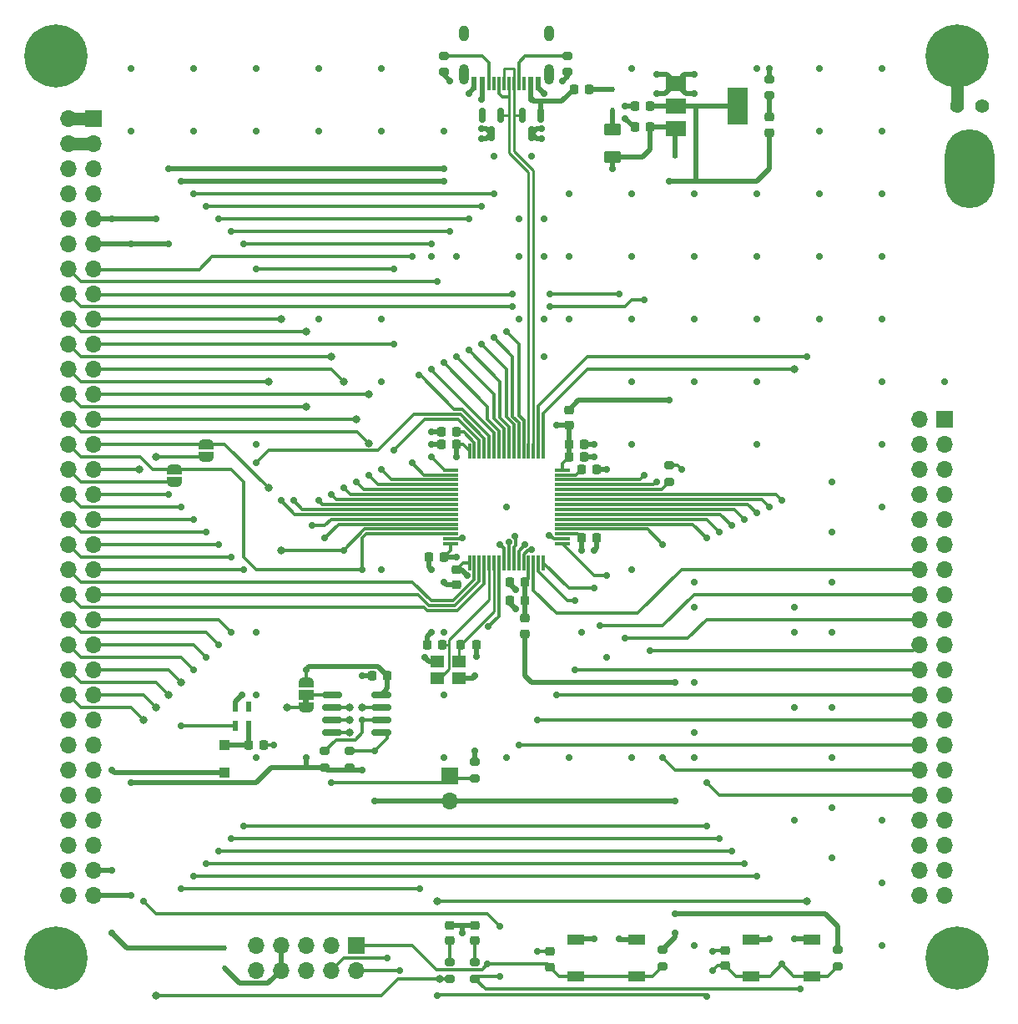
<source format=gbr>
%TF.GenerationSoftware,KiCad,Pcbnew,(6.0.5)*%
%TF.CreationDate,2022-08-30T11:56:48+01:00*%
%TF.ProjectId,STM32F405RGT6,53544d33-3246-4343-9035-524754362e6b,V22.08.0.1*%
%TF.SameCoordinates,Original*%
%TF.FileFunction,Copper,L1,Top*%
%TF.FilePolarity,Positive*%
%FSLAX46Y46*%
G04 Gerber Fmt 4.6, Leading zero omitted, Abs format (unit mm)*
G04 Created by KiCad (PCBNEW (6.0.5)) date 2022-08-30 11:56:48*
%MOMM*%
%LPD*%
G01*
G04 APERTURE LIST*
G04 Aperture macros list*
%AMRoundRect*
0 Rectangle with rounded corners*
0 $1 Rounding radius*
0 $2 $3 $4 $5 $6 $7 $8 $9 X,Y pos of 4 corners*
0 Add a 4 corners polygon primitive as box body*
4,1,4,$2,$3,$4,$5,$6,$7,$8,$9,$2,$3,0*
0 Add four circle primitives for the rounded corners*
1,1,$1+$1,$2,$3*
1,1,$1+$1,$4,$5*
1,1,$1+$1,$6,$7*
1,1,$1+$1,$8,$9*
0 Add four rect primitives between the rounded corners*
20,1,$1+$1,$2,$3,$4,$5,0*
20,1,$1+$1,$4,$5,$6,$7,0*
20,1,$1+$1,$6,$7,$8,$9,0*
20,1,$1+$1,$8,$9,$2,$3,0*%
%AMFreePoly0*
4,1,20,0.000000,0.744959,0.073905,0.744508,0.209726,0.703889,0.328688,0.626782,0.421226,0.519385,0.479903,0.390333,0.500000,0.250000,0.500000,-0.250000,0.499851,-0.262216,0.476331,-0.402017,0.414519,-0.529596,0.319384,-0.634700,0.198574,-0.708877,0.061801,-0.746166,0.000000,-0.745033,0.000000,-0.750000,-0.550000,-0.750000,-0.550000,0.750000,0.000000,0.750000,0.000000,0.744959,
0.000000,0.744959,$1*%
%AMFreePoly1*
4,1,22,0.550000,-0.750000,0.000000,-0.750000,0.000000,-0.745033,-0.079941,-0.743568,-0.215256,-0.701293,-0.333266,-0.622738,-0.424486,-0.514219,-0.481581,-0.384460,-0.499164,-0.250000,-0.500000,-0.250000,-0.500000,0.250000,-0.499164,0.250000,-0.499963,0.256109,-0.478152,0.396186,-0.417904,0.524511,-0.324060,0.630769,-0.204165,0.706417,-0.067858,0.745374,0.000000,0.744959,0.000000,0.750000,
0.550000,0.750000,0.550000,-0.750000,0.550000,-0.750000,$1*%
%AMFreePoly2*
4,1,22,0.500000,-0.750000,0.000000,-0.750000,0.000000,-0.745033,-0.079941,-0.743568,-0.215256,-0.701293,-0.333266,-0.622738,-0.424486,-0.514219,-0.481581,-0.384460,-0.499164,-0.250000,-0.500000,-0.250000,-0.500000,0.250000,-0.499164,0.250000,-0.499963,0.256109,-0.478152,0.396186,-0.417904,0.524511,-0.324060,0.630769,-0.204165,0.706417,-0.067858,0.745374,0.000000,0.744959,0.000000,0.750000,
0.500000,0.750000,0.500000,-0.750000,0.500000,-0.750000,$1*%
%AMFreePoly3*
4,1,20,0.000000,0.744959,0.073905,0.744508,0.209726,0.703889,0.328688,0.626782,0.421226,0.519385,0.479903,0.390333,0.500000,0.250000,0.500000,-0.250000,0.499851,-0.262216,0.476331,-0.402017,0.414519,-0.529596,0.319384,-0.634700,0.198574,-0.708877,0.061801,-0.746166,0.000000,-0.745033,0.000000,-0.750000,-0.500000,-0.750000,-0.500000,0.750000,0.000000,0.750000,0.000000,0.744959,
0.000000,0.744959,$1*%
G04 Aperture macros list end*
%TA.AperFunction,ComponentPad*%
%ADD10O,5.000000X8.000000*%
%TD*%
%TA.AperFunction,ComponentPad*%
%ADD11C,6.400000*%
%TD*%
%TA.AperFunction,ComponentPad*%
%ADD12C,1.400000*%
%TD*%
%TA.AperFunction,ComponentPad*%
%ADD13R,1.700000X1.700000*%
%TD*%
%TA.AperFunction,ComponentPad*%
%ADD14O,1.700000X1.700000*%
%TD*%
%TA.AperFunction,SMDPad,CuDef*%
%ADD15FreePoly0,90.000000*%
%TD*%
%TA.AperFunction,SMDPad,CuDef*%
%ADD16R,1.500000X1.000000*%
%TD*%
%TA.AperFunction,SMDPad,CuDef*%
%ADD17FreePoly1,90.000000*%
%TD*%
%TA.AperFunction,SMDPad,CuDef*%
%ADD18RoundRect,0.225000X0.225000X0.250000X-0.225000X0.250000X-0.225000X-0.250000X0.225000X-0.250000X0*%
%TD*%
%TA.AperFunction,SMDPad,CuDef*%
%ADD19R,0.600000X1.000000*%
%TD*%
%TA.AperFunction,SMDPad,CuDef*%
%ADD20RoundRect,0.218750X0.256250X-0.218750X0.256250X0.218750X-0.256250X0.218750X-0.256250X-0.218750X0*%
%TD*%
%TA.AperFunction,SMDPad,CuDef*%
%ADD21RoundRect,0.225000X-0.225000X-0.250000X0.225000X-0.250000X0.225000X0.250000X-0.225000X0.250000X0*%
%TD*%
%TA.AperFunction,SMDPad,CuDef*%
%ADD22RoundRect,0.250000X0.625000X-0.375000X0.625000X0.375000X-0.625000X0.375000X-0.625000X-0.375000X0*%
%TD*%
%TA.AperFunction,SMDPad,CuDef*%
%ADD23R,1.800000X1.100000*%
%TD*%
%TA.AperFunction,SMDPad,CuDef*%
%ADD24R,0.450000X0.600000*%
%TD*%
%TA.AperFunction,SMDPad,CuDef*%
%ADD25RoundRect,0.225000X0.250000X-0.225000X0.250000X0.225000X-0.250000X0.225000X-0.250000X-0.225000X0*%
%TD*%
%TA.AperFunction,SMDPad,CuDef*%
%ADD26RoundRect,0.150000X-0.825000X-0.150000X0.825000X-0.150000X0.825000X0.150000X-0.825000X0.150000X0*%
%TD*%
%TA.AperFunction,SMDPad,CuDef*%
%ADD27RoundRect,0.200000X-0.275000X0.200000X-0.275000X-0.200000X0.275000X-0.200000X0.275000X0.200000X0*%
%TD*%
%TA.AperFunction,SMDPad,CuDef*%
%ADD28R,0.600000X0.450000*%
%TD*%
%TA.AperFunction,SMDPad,CuDef*%
%ADD29FreePoly2,270.000000*%
%TD*%
%TA.AperFunction,SMDPad,CuDef*%
%ADD30FreePoly3,270.000000*%
%TD*%
%TA.AperFunction,SMDPad,CuDef*%
%ADD31RoundRect,0.200000X0.275000X-0.200000X0.275000X0.200000X-0.275000X0.200000X-0.275000X-0.200000X0*%
%TD*%
%TA.AperFunction,SMDPad,CuDef*%
%ADD32RoundRect,0.218750X-0.256250X0.218750X-0.256250X-0.218750X0.256250X-0.218750X0.256250X0.218750X0*%
%TD*%
%TA.AperFunction,SMDPad,CuDef*%
%ADD33R,1.100000X1.100000*%
%TD*%
%TA.AperFunction,SMDPad,CuDef*%
%ADD34RoundRect,0.218750X0.218750X0.256250X-0.218750X0.256250X-0.218750X-0.256250X0.218750X-0.256250X0*%
%TD*%
%TA.AperFunction,SMDPad,CuDef*%
%ADD35RoundRect,0.150000X-0.150000X0.587500X-0.150000X-0.587500X0.150000X-0.587500X0.150000X0.587500X0*%
%TD*%
%TA.AperFunction,SMDPad,CuDef*%
%ADD36R,1.400000X1.200000*%
%TD*%
%TA.AperFunction,SMDPad,CuDef*%
%ADD37R,0.600000X1.450000*%
%TD*%
%TA.AperFunction,SMDPad,CuDef*%
%ADD38R,0.300000X1.450000*%
%TD*%
%TA.AperFunction,ComponentPad*%
%ADD39O,1.000000X1.600000*%
%TD*%
%TA.AperFunction,ComponentPad*%
%ADD40O,1.000000X2.100000*%
%TD*%
%TA.AperFunction,SMDPad,CuDef*%
%ADD41R,2.000000X1.500000*%
%TD*%
%TA.AperFunction,SMDPad,CuDef*%
%ADD42R,2.000000X3.800000*%
%TD*%
%TA.AperFunction,SMDPad,CuDef*%
%ADD43RoundRect,0.225000X-0.250000X0.225000X-0.250000X-0.225000X0.250000X-0.225000X0.250000X0.225000X0*%
%TD*%
%TA.AperFunction,SMDPad,CuDef*%
%ADD44RoundRect,0.075000X0.075000X-0.700000X0.075000X0.700000X-0.075000X0.700000X-0.075000X-0.700000X0*%
%TD*%
%TA.AperFunction,SMDPad,CuDef*%
%ADD45RoundRect,0.075000X0.700000X-0.075000X0.700000X0.075000X-0.700000X0.075000X-0.700000X-0.075000X0*%
%TD*%
%TA.AperFunction,ViaPad*%
%ADD46C,0.700000*%
%TD*%
%TA.AperFunction,ViaPad*%
%ADD47C,0.800000*%
%TD*%
%TA.AperFunction,Conductor*%
%ADD48C,0.300000*%
%TD*%
%TA.AperFunction,Conductor*%
%ADD49C,0.254000*%
%TD*%
%TA.AperFunction,Conductor*%
%ADD50C,0.500000*%
%TD*%
%TA.AperFunction,Conductor*%
%ADD51C,1.270000*%
%TD*%
%TA.AperFunction,Conductor*%
%ADD52C,0.250000*%
%TD*%
G04 APERTURE END LIST*
%TO.C,JP2*%
G36*
X68385000Y-104964000D02*
G01*
X67785000Y-104964000D01*
X67785000Y-104464000D01*
X68385000Y-104464000D01*
X68385000Y-104964000D01*
G37*
%TD*%
D10*
%TO.P,GND1,1,1*%
%TO.N,GND*%
X135395000Y-50724000D03*
%TD*%
D11*
%TO.P,H1,1*%
%TO.N,N/C*%
X42685000Y-39294000D03*
%TD*%
%TO.P,H2,1*%
%TO.N,N/C*%
X42685000Y-130734000D03*
%TD*%
%TO.P,H3,1*%
%TO.N,N/C*%
X134125000Y-130734000D03*
%TD*%
%TO.P,H4,1,1*%
%TO.N,Net-(H4-Pad1)*%
X134125000Y-39294000D03*
%TD*%
D12*
%TO.P,JP5,1,1*%
%TO.N,Net-(H4-Pad1)*%
X134125000Y-44374000D03*
%TO.P,JP5,2,2*%
%TO.N,GND*%
X136665000Y-44374000D03*
%TD*%
D13*
%TO.P,J3,1,Pin_1*%
%TO.N,V+*%
X46495000Y-45644000D03*
D14*
%TO.P,J3,2,Pin_2*%
X43955000Y-45644000D03*
%TO.P,J3,3,Pin_3*%
%TO.N,V-*%
X46495000Y-48184000D03*
%TO.P,J3,4,Pin_4*%
X43955000Y-48184000D03*
%TO.P,J3,5,Pin_5*%
%TO.N,+12V*%
X46495000Y-50724000D03*
%TO.P,J3,6,Pin_6*%
%TO.N,GND*%
X43955000Y-50724000D03*
%TO.P,J3,7,Pin_7*%
%TO.N,-12V*%
X46495000Y-53264000D03*
%TO.P,J3,8,Pin_8*%
%TO.N,GND*%
X43955000Y-53264000D03*
%TO.P,J3,9,Pin_9*%
%TO.N,+5V*%
X46495000Y-55804000D03*
%TO.P,J3,10,Pin_10*%
%TO.N,GND*%
X43955000Y-55804000D03*
%TO.P,J3,11,Pin_11*%
%TO.N,+3V3*%
X46495000Y-58344000D03*
%TO.P,J3,12,Pin_12*%
%TO.N,GND*%
X43955000Y-58344000D03*
%TO.P,J3,13,Pin_13*%
%TO.N,RX1*%
X46495000Y-60884000D03*
%TO.P,J3,14,Pin_14*%
%TO.N,TX1*%
X43955000Y-60884000D03*
%TO.P,J3,15,Pin_15*%
%TO.N,RX2*%
X46495000Y-63424000D03*
%TO.P,J3,16,Pin_16*%
%TO.N,TX2*%
X43955000Y-63424000D03*
%TO.P,J3,17,Pin_17*%
%TO.N,MOSI1*%
X46495000Y-65964000D03*
%TO.P,J3,18,Pin_18*%
%TO.N,MISO1*%
X43955000Y-65964000D03*
%TO.P,J3,19,Pin_19*%
%TO.N,CS1*%
X46495000Y-68504000D03*
%TO.P,J3,20,Pin_20*%
%TO.N,SCLK1*%
X43955000Y-68504000D03*
%TO.P,J3,21,Pin_21*%
%TO.N,CS2*%
X46495000Y-71044000D03*
%TO.P,J3,22,Pin_22*%
%TO.N,CS3*%
X43955000Y-71044000D03*
%TO.P,J3,23,Pin_23*%
%TO.N,SCLK2*%
X46495000Y-73584000D03*
%TO.P,J3,24,Pin_24*%
%TO.N,CS4*%
X43955000Y-73584000D03*
%TO.P,J3,25,Pin_25*%
%TO.N,MOSI2*%
X46495000Y-76124000D03*
%TO.P,J3,26,Pin_26*%
%TO.N,MISO2*%
X43955000Y-76124000D03*
%TO.P,J3,27,Pin_27*%
%TO.N,SCL1*%
X46495000Y-78664000D03*
%TO.P,J3,28,Pin_28*%
%TO.N,SDA1*%
X43955000Y-78664000D03*
%TO.P,J3,29,Pin_29*%
%TO.N,SCL2*%
X46495000Y-81204000D03*
%TO.P,J3,30,Pin_30*%
%TO.N,SDA2*%
X43955000Y-81204000D03*
%TO.P,J3,31,Pin_31*%
%TO.N,GPIO1~*%
X46495000Y-83744000D03*
%TO.P,J3,32,Pin_32*%
%TO.N,GPIO2~*%
X43955000Y-83744000D03*
%TO.P,J3,33,Pin_33*%
%TO.N,GPIO3~*%
X46495000Y-86284000D03*
%TO.P,J3,34,Pin_34*%
%TO.N,GPIO4~*%
X43955000Y-86284000D03*
%TO.P,J3,35,Pin_35*%
%TO.N,GPIO5*%
X46495000Y-88824000D03*
%TO.P,J3,36,Pin_36*%
%TO.N,GPIO6*%
X43955000Y-88824000D03*
%TO.P,J3,37,Pin_37*%
%TO.N,GPIO7*%
X46495000Y-91364000D03*
%TO.P,J3,38,Pin_38*%
%TO.N,GPIO8*%
X43955000Y-91364000D03*
%TO.P,J3,39,Pin_39*%
%TO.N,GPIO9*%
X46495000Y-93904000D03*
%TO.P,J3,40,Pin_40*%
%TO.N,GPIO10*%
X43955000Y-93904000D03*
%TO.P,J3,41,Pin_41*%
%TO.N,GPIO11*%
X46495000Y-96444000D03*
%TO.P,J3,42,Pin_42*%
%TO.N,GPIO12*%
X43955000Y-96444000D03*
%TO.P,J3,43,Pin_43*%
%TO.N,GPIO13*%
X46495000Y-98984000D03*
%TO.P,J3,44,Pin_44*%
%TO.N,GPIO14*%
X43955000Y-98984000D03*
%TO.P,J3,45,Pin_45*%
%TO.N,GPIO15~*%
X46495000Y-101524000D03*
%TO.P,J3,46,Pin_46*%
%TO.N,GPIO16~*%
X43955000Y-101524000D03*
%TO.P,J3,47,Pin_47*%
%TO.N,GPIO17~*%
X46495000Y-104064000D03*
%TO.P,J3,48,Pin_48*%
%TO.N,GPIO18~*%
X43955000Y-104064000D03*
%TO.P,J3,49,Pin_49*%
%TO.N,GPIO19~*%
X46495000Y-106604000D03*
%TO.P,J3,50,Pin_50*%
%TO.N,GPIO20~*%
X43955000Y-106604000D03*
%TO.P,J3,51,Pin_51*%
%TO.N,GPIO21*%
X46495000Y-109144000D03*
%TO.P,J3,52,Pin_52*%
%TO.N,GPIO22*%
X43955000Y-109144000D03*
%TO.P,J3,53,Pin_53*%
%TO.N,GPIO23*%
X46495000Y-111684000D03*
%TO.P,J3,54,Pin_54*%
%TO.N,GPIO24*%
X43955000Y-111684000D03*
%TO.P,J3,55,Pin_55*%
%TO.N,GPIO25*%
X46495000Y-114224000D03*
%TO.P,J3,56,Pin_56*%
%TO.N,GPIO26*%
X43955000Y-114224000D03*
%TO.P,J3,57,Pin_57*%
%TO.N,GPIO27*%
X46495000Y-116764000D03*
%TO.P,J3,58,Pin_58*%
%TO.N,GPIO28*%
X43955000Y-116764000D03*
%TO.P,J3,59,Pin_59*%
%TO.N,GPIO29*%
X46495000Y-119304000D03*
%TO.P,J3,60,Pin_60*%
%TO.N,GPIO30*%
X43955000Y-119304000D03*
%TO.P,J3,61,Pin_61*%
%TO.N,+5V*%
X46495000Y-121844000D03*
%TO.P,J3,62,Pin_62*%
%TO.N,GND*%
X43955000Y-121844000D03*
%TO.P,J3,63,Pin_63*%
%TO.N,+3V3*%
X46495000Y-124384000D03*
%TO.P,J3,64,Pin_64*%
%TO.N,GND*%
X43955000Y-124384000D03*
%TD*%
D13*
%TO.P,J4,1,Pin_1*%
%TO.N,GND*%
X132855000Y-76124000D03*
D14*
%TO.P,J4,2,Pin_2*%
%TO.N,+12VA*%
X130315000Y-76124000D03*
%TO.P,J4,3,Pin_3*%
%TO.N,GND*%
X132855000Y-78664000D03*
%TO.P,J4,4,Pin_4*%
%TO.N,-12VA*%
X130315000Y-78664000D03*
%TO.P,J4,5,Pin_5*%
%TO.N,GND*%
X132855000Y-81204000D03*
%TO.P,J4,6,Pin_6*%
X130315000Y-81204000D03*
%TO.P,J4,7,Pin_7*%
X132855000Y-83744000D03*
%TO.P,J4,8,Pin_8*%
X130315000Y-83744000D03*
%TO.P,J4,9,Pin_9*%
%TO.N,VREF1*%
X132855000Y-86284000D03*
%TO.P,J4,10,Pin_10*%
%TO.N,+5VA*%
X130315000Y-86284000D03*
%TO.P,J4,11,Pin_11*%
%TO.N,VREF2*%
X132855000Y-88824000D03*
%TO.P,J4,12,Pin_12*%
%TO.N,-5VA*%
X130315000Y-88824000D03*
%TO.P,J4,13,Pin_13*%
%TO.N,-A1*%
X132855000Y-91364000D03*
%TO.P,J4,14,Pin_14*%
%TO.N,+A1*%
X130315000Y-91364000D03*
%TO.P,J4,15,Pin_15*%
%TO.N,-A2*%
X132855000Y-93904000D03*
%TO.P,J4,16,Pin_16*%
%TO.N,+A2*%
X130315000Y-93904000D03*
%TO.P,J4,17,Pin_17*%
%TO.N,-A3*%
X132855000Y-96444000D03*
%TO.P,J4,18,Pin_18*%
%TO.N,+A3*%
X130315000Y-96444000D03*
%TO.P,J4,19,Pin_19*%
%TO.N,-A4*%
X132855000Y-98984000D03*
%TO.P,J4,20,Pin_20*%
%TO.N,+A4*%
X130315000Y-98984000D03*
%TO.P,J4,21,Pin_21*%
%TO.N,-A5*%
X132855000Y-101524000D03*
%TO.P,J4,22,Pin_22*%
%TO.N,+A5*%
X130315000Y-101524000D03*
%TO.P,J4,23,Pin_23*%
%TO.N,-A6*%
X132855000Y-104064000D03*
%TO.P,J4,24,Pin_24*%
%TO.N,+A6*%
X130315000Y-104064000D03*
%TO.P,J4,25,Pin_25*%
%TO.N,-A7*%
X132855000Y-106604000D03*
%TO.P,J4,26,Pin_26*%
%TO.N,+A7*%
X130315000Y-106604000D03*
%TO.P,J4,27,Pin_27*%
%TO.N,-A8*%
X132855000Y-109144000D03*
%TO.P,J4,28,Pin_28*%
%TO.N,+A8*%
X130315000Y-109144000D03*
%TO.P,J4,29,Pin_29*%
%TO.N,-A9*%
X132855000Y-111684000D03*
%TO.P,J4,30,Pin_30*%
%TO.N,+A9*%
X130315000Y-111684000D03*
%TO.P,J4,31,Pin_31*%
%TO.N,-A10*%
X132855000Y-114224000D03*
%TO.P,J4,32,Pin_32*%
%TO.N,+A10*%
X130315000Y-114224000D03*
%TO.P,J4,33,Pin_33*%
%TO.N,-A11*%
X132855000Y-116764000D03*
%TO.P,J4,34,Pin_34*%
%TO.N,+A11*%
X130315000Y-116764000D03*
%TO.P,J4,35,Pin_35*%
%TO.N,-A12*%
X132855000Y-119304000D03*
%TO.P,J4,36,Pin_36*%
%TO.N,+A12*%
X130315000Y-119304000D03*
%TO.P,J4,37,Pin_37*%
%TO.N,GND*%
X132855000Y-121844000D03*
%TO.P,J4,38,Pin_38*%
%TO.N,+5VA*%
X130315000Y-121844000D03*
%TO.P,J4,39,Pin_39*%
%TO.N,GND*%
X132855000Y-124384000D03*
%TO.P,J4,40,Pin_40*%
%TO.N,-5VA*%
X130315000Y-124384000D03*
%TD*%
D15*
%TO.P,JP2,3,B*%
%TO.N,+3V3*%
X68085000Y-102764000D03*
D16*
%TO.P,JP2,2,C*%
%TO.N,/I2C_ADDR*%
X68085000Y-104064000D03*
D17*
%TO.P,JP2,1,A*%
%TO.N,GND*%
X68085000Y-105364000D03*
%TD*%
D18*
%TO.P,C1,1*%
%TO.N,+3V3*%
X76340000Y-102159000D03*
%TO.P,C1,2*%
%TO.N,GND*%
X74790000Y-102159000D03*
%TD*%
D19*
%TO.P,D2,1,DOUT*%
%TO.N,unconnected-(D2-Pad1)*%
X62230000Y-105239000D03*
%TO.P,D2,2,VSS*%
%TO.N,GND*%
X60930000Y-105239000D03*
%TO.P,D2,3,DIN*%
%TO.N,GPIO15~*%
X60930000Y-107239000D03*
%TO.P,D2,4,VDD*%
%TO.N,/LED_Decoupling*%
X62230000Y-107239000D03*
%TD*%
D20*
%TO.P,D4,1,K*%
%TO.N,Net-(D4-Pad1)*%
X82690000Y-128981500D03*
%TO.P,D4,2,A*%
%TO.N,+3V3*%
X82690000Y-127406500D03*
%TD*%
D21*
%TO.P,C6,1*%
%TO.N,/VDD_Decoupling*%
X96025000Y-88189000D03*
%TO.P,C6,2*%
%TO.N,GND*%
X97575000Y-88189000D03*
%TD*%
D22*
%TO.P,F1,1*%
%TO.N,+5V*%
X99200000Y-49584000D03*
%TO.P,F1,2*%
%TO.N,Net-(D8-Pad1)*%
X99200000Y-46784000D03*
%TD*%
D23*
%TO.P,SW1,1,A*%
%TO.N,GND*%
X101665000Y-128884000D03*
X95465000Y-128884000D03*
%TO.P,SW1,2,B*%
%TO.N,NRST*%
X95465000Y-132584000D03*
X101665000Y-132584000D03*
%TD*%
D24*
%TO.P,D7,1,K*%
%TO.N,+5V*%
X59830000Y-129684000D03*
%TO.P,D7,2,A*%
%TO.N,/DEBUG_5V*%
X59830000Y-131784000D03*
%TD*%
D25*
%TO.P,C3,1*%
%TO.N,GPIO16~*%
X110630000Y-131509000D03*
%TO.P,C3,2*%
%TO.N,GND*%
X110630000Y-129959000D03*
%TD*%
D18*
%TO.P,C13,1*%
%TO.N,/VCAP_2*%
X83325000Y-77394000D03*
%TO.P,C13,2*%
%TO.N,GND*%
X81775000Y-77394000D03*
%TD*%
D21*
%TO.P,C5,1*%
%TO.N,GND*%
X80335000Y-98984000D03*
%TO.P,C5,2*%
%TO.N,/HSE_IN*%
X81885000Y-98984000D03*
%TD*%
D20*
%TO.P,D5,1,K*%
%TO.N,Net-(D5-Pad1)*%
X85230000Y-128981500D03*
%TO.P,D5,2,A*%
%TO.N,+3V3*%
X85230000Y-127406500D03*
%TD*%
D26*
%TO.P,U1,1,E0*%
%TO.N,/I2C_ADDR*%
X70755000Y-104064000D03*
%TO.P,U1,2,E1*%
%TO.N,GND*%
X70755000Y-105334000D03*
%TO.P,U1,3,E2*%
X70755000Y-106604000D03*
%TO.P,U1,4,VSS*%
X70755000Y-107874000D03*
%TO.P,U1,5,SDA*%
%TO.N,SDA1*%
X75705000Y-107874000D03*
%TO.P,U1,6,SCL*%
%TO.N,SCL1*%
X75705000Y-106604000D03*
%TO.P,U1,7,~{WC}*%
%TO.N,GND*%
X75705000Y-105334000D03*
%TO.P,U1,8,VCC*%
%TO.N,+3V3*%
X75705000Y-104064000D03*
%TD*%
D27*
%TO.P,R6,1*%
%TO.N,Net-(D4-Pad1)*%
X82690000Y-131179000D03*
%TO.P,R6,2*%
%TO.N,GPIO17~*%
X82690000Y-132829000D03*
%TD*%
D28*
%TO.P,D3,1,K*%
%TO.N,+5V*%
X105550000Y-49454000D03*
%TO.P,D3,2,A*%
%TO.N,+3V3*%
X107650000Y-49454000D03*
%TD*%
D29*
%TO.P,JP4,1,A*%
%TO.N,SDA1*%
X54750000Y-81189000D03*
D30*
%TO.P,JP4,2,B*%
%TO.N,SDA2*%
X54750000Y-82489000D03*
%TD*%
D31*
%TO.P,R4,1*%
%TO.N,+3V3*%
X69990000Y-111429000D03*
%TO.P,R4,2*%
%TO.N,SCL1*%
X69990000Y-109779000D03*
%TD*%
%TO.P,R8,1*%
%TO.N,Net-(D6-Pad1)*%
X115075000Y-43294000D03*
%TO.P,R8,2*%
%TO.N,GND*%
X115075000Y-41644000D03*
%TD*%
D18*
%TO.P,C18,1*%
%TO.N,/VDDA_Decoupling*%
X90310000Y-94539000D03*
%TO.P,C18,2*%
%TO.N,GND*%
X88760000Y-94539000D03*
%TD*%
D32*
%TO.P,FB2,1*%
%TO.N,/VDDA_Decoupling*%
X90310000Y-96291500D03*
%TO.P,FB2,2*%
%TO.N,+3V3*%
X90310000Y-97866500D03*
%TD*%
%TO.P,FB1,1*%
%TO.N,+3V3*%
X94755000Y-75184000D03*
%TO.P,FB1,2*%
%TO.N,/VDD_Decoupling*%
X94755000Y-76759000D03*
%TD*%
D31*
%TO.P,R5,1*%
%TO.N,+3V3*%
X72530000Y-111429000D03*
%TO.P,R5,2*%
%TO.N,SDA1*%
X72530000Y-109779000D03*
%TD*%
D32*
%TO.P,D6,1,K*%
%TO.N,Net-(D6-Pad1)*%
X115075000Y-45491500D03*
%TO.P,D6,2,A*%
%TO.N,+3V3*%
X115075000Y-47066500D03*
%TD*%
D33*
%TO.P,D1,1,K*%
%TO.N,/LED_Decoupling*%
X59830000Y-109144000D03*
%TO.P,D1,2,A*%
%TO.N,+5V*%
X59830000Y-111944000D03*
%TD*%
D18*
%TO.P,C16,1*%
%TO.N,+3V3*%
X103010000Y-44374000D03*
%TO.P,C16,2*%
%TO.N,GND*%
X101460000Y-44374000D03*
%TD*%
D31*
%TO.P,R11,1*%
%TO.N,GND*%
X82055000Y-40944000D03*
%TO.P,R11,2*%
%TO.N,/USB_CC2*%
X82055000Y-39294000D03*
%TD*%
D34*
%TO.P,FB3,1*%
%TO.N,Net-(D8-Pad2)*%
X96812500Y-42704000D03*
%TO.P,FB3,2*%
%TO.N,/USB_5V*%
X95237500Y-42704000D03*
%TD*%
D18*
%TO.P,C9,1*%
%TO.N,/VDD_Decoupling*%
X82055000Y-90094000D03*
%TO.P,C9,2*%
%TO.N,GND*%
X80505000Y-90094000D03*
%TD*%
D21*
%TO.P,C10,1*%
%TO.N,/VCAP_1*%
X96025000Y-81204000D03*
%TO.P,C10,2*%
%TO.N,GND*%
X97575000Y-81204000D03*
%TD*%
D35*
%TO.P,D9,1,A1*%
%TO.N,/STM32_USBD+*%
X87831000Y-45293000D03*
%TO.P,D9,2,A2*%
%TO.N,unconnected-(D9-Pad2)*%
X85931000Y-45293000D03*
%TO.P,D9,3,common*%
%TO.N,GND*%
X86881000Y-47168000D03*
%TD*%
D27*
%TO.P,R7,1*%
%TO.N,Net-(D5-Pad1)*%
X85230000Y-131179000D03*
%TO.P,R7,2*%
%TO.N,GPIO18~*%
X85230000Y-132829000D03*
%TD*%
D23*
%TO.P,SW2,1,A*%
%TO.N,GND*%
X113245000Y-128884000D03*
X119445000Y-128884000D03*
%TO.P,SW2,2,B*%
%TO.N,GPIO16~*%
X113245000Y-132584000D03*
X119445000Y-132584000D03*
%TD*%
D21*
%TO.P,C4,1*%
%TO.N,/VDD_Decoupling*%
X94755000Y-78664000D03*
%TO.P,C4,2*%
%TO.N,GND*%
X96305000Y-78664000D03*
%TD*%
D13*
%TO.P,J1,1,Pin_1*%
%TO.N,NRST*%
X73160000Y-129459000D03*
D14*
%TO.P,J1,2,Pin_2*%
%TO.N,SWCLK*%
X73160000Y-131999000D03*
%TO.P,J1,3,Pin_3*%
%TO.N,unconnected-(J1-Pad3)*%
X70620000Y-129459000D03*
%TO.P,J1,4,Pin_4*%
%TO.N,SWDIO*%
X70620000Y-131999000D03*
%TO.P,J1,5,Pin_5*%
%TO.N,GND*%
X68080000Y-129459000D03*
%TO.P,J1,6,Pin_6*%
X68080000Y-131999000D03*
%TO.P,J1,7,Pin_7*%
%TO.N,/DEBUG_5V*%
X65540000Y-129459000D03*
%TO.P,J1,8,Pin_8*%
X65540000Y-131999000D03*
%TO.P,J1,9,Pin_9*%
%TO.N,unconnected-(J1-Pad9)*%
X63000000Y-129459000D03*
%TO.P,J1,10,Pin_10*%
%TO.N,unconnected-(J1-Pad10)*%
X63000000Y-131999000D03*
%TD*%
D21*
%TO.P,C14,1*%
%TO.N,/VDD_Decoupling*%
X94755000Y-79934000D03*
%TO.P,C14,2*%
%TO.N,GND*%
X96305000Y-79934000D03*
%TD*%
%TO.P,C7,1*%
%TO.N,/HSE_OUT*%
X83790000Y-98984000D03*
%TO.P,C7,2*%
%TO.N,GND*%
X85340000Y-98984000D03*
%TD*%
D27*
%TO.P,R3,1*%
%TO.N,+3V3*%
X122060000Y-129909000D03*
%TO.P,R3,2*%
%TO.N,GPIO16~*%
X122060000Y-131559000D03*
%TD*%
D18*
%TO.P,C17,1*%
%TO.N,/VDDA_Decoupling*%
X90310000Y-92634000D03*
%TO.P,C17,2*%
%TO.N,GND*%
X88760000Y-92634000D03*
%TD*%
D21*
%TO.P,C8,1*%
%TO.N,/LED_Decoupling*%
X62230000Y-109144000D03*
%TO.P,C8,2*%
%TO.N,GND*%
X63780000Y-109144000D03*
%TD*%
D36*
%TO.P,Y1,1,1*%
%TO.N,/HSE_IN*%
X81420000Y-102374000D03*
%TO.P,Y1,2,2*%
%TO.N,GND*%
X83620000Y-102374000D03*
%TO.P,Y1,3,3*%
%TO.N,/HSE_OUT*%
X83620000Y-100674000D03*
%TO.P,Y1,4,4*%
%TO.N,GND*%
X81420000Y-100674000D03*
%TD*%
D27*
%TO.P,R2,1*%
%TO.N,+3V3*%
X104280000Y-129909000D03*
%TO.P,R2,2*%
%TO.N,NRST*%
X104280000Y-131559000D03*
%TD*%
D37*
%TO.P,J2,A1,GND*%
%TO.N,GND*%
X91655000Y-42069000D03*
%TO.P,J2,A4,VBUS*%
%TO.N,/USB_5V*%
X90855000Y-42069000D03*
D38*
%TO.P,J2,A5,CC1*%
%TO.N,/USB_CC1*%
X89655000Y-42069000D03*
%TO.P,J2,A6,D+*%
%TO.N,/STM32_USBD+*%
X88655000Y-42069000D03*
%TO.P,J2,A7,D-*%
%TO.N,/STM32_USBD-*%
X88155000Y-42069000D03*
%TO.P,J2,A8,SBU1*%
%TO.N,unconnected-(J2-PadA8)*%
X87155000Y-42069000D03*
D37*
%TO.P,J2,A9,VBUS*%
%TO.N,/USB_5V*%
X85955000Y-42069000D03*
%TO.P,J2,A12,GND*%
%TO.N,GND*%
X85155000Y-42069000D03*
%TO.P,J2,B1,GND*%
X85155000Y-42069000D03*
%TO.P,J2,B4,VBUS*%
%TO.N,/USB_5V*%
X85955000Y-42069000D03*
D38*
%TO.P,J2,B5,CC2*%
%TO.N,/USB_CC2*%
X86655000Y-42069000D03*
%TO.P,J2,B6,D+*%
%TO.N,/STM32_USBD+*%
X87655000Y-42069000D03*
%TO.P,J2,B7,D-*%
%TO.N,/STM32_USBD-*%
X89155000Y-42069000D03*
%TO.P,J2,B8,SBU2*%
%TO.N,unconnected-(J2-PadB8)*%
X90155000Y-42069000D03*
D37*
%TO.P,J2,B9,VBUS*%
%TO.N,/USB_5V*%
X90855000Y-42069000D03*
%TO.P,J2,B12,GND*%
%TO.N,GND*%
X91655000Y-42069000D03*
D39*
%TO.P,J2,S1,SHIELD*%
%TO.N,unconnected-(J2-PadS1)*%
X92725000Y-36974000D03*
D40*
X84085000Y-41154000D03*
X92725000Y-41154000D03*
D39*
X84085000Y-36974000D03*
%TD*%
D41*
%TO.P,U2,1,GND*%
%TO.N,GND*%
X105575000Y-42074000D03*
%TO.P,U2,2,VO*%
%TO.N,+3V3*%
X105575000Y-44374000D03*
D42*
X111875000Y-44374000D03*
D41*
%TO.P,U2,3,VI*%
%TO.N,+5V*%
X105575000Y-46674000D03*
%TD*%
D43*
%TO.P,C15,1*%
%TO.N,/VDD_Decoupling*%
X83325000Y-91364000D03*
%TO.P,C15,2*%
%TO.N,GND*%
X83325000Y-92914000D03*
%TD*%
D31*
%TO.P,R10,1*%
%TO.N,GND*%
X94565000Y-40944000D03*
%TO.P,R10,2*%
%TO.N,/USB_CC1*%
X94565000Y-39294000D03*
%TD*%
D25*
%TO.P,C2,1*%
%TO.N,NRST*%
X92850000Y-131649000D03*
%TO.P,C2,2*%
%TO.N,GND*%
X92850000Y-130099000D03*
%TD*%
D18*
%TO.P,C12,1*%
%TO.N,+5V*%
X103010000Y-46514000D03*
%TO.P,C12,2*%
%TO.N,GND*%
X101460000Y-46514000D03*
%TD*%
D44*
%TO.P,U3,1,VBAT*%
%TO.N,/VDD_Decoupling*%
X84655000Y-90689000D03*
%TO.P,U3,2,PC13*%
%TO.N,GPIO8*%
X85155000Y-90689000D03*
%TO.P,U3,3,PC14*%
%TO.N,GPIO9*%
X85655000Y-90689000D03*
%TO.P,U3,4,PC15*%
%TO.N,GPIO10*%
X86155000Y-90689000D03*
%TO.P,U3,5,PH0*%
%TO.N,/HSE_IN*%
X86655000Y-90689000D03*
%TO.P,U3,6,PH1*%
%TO.N,/HSE_OUT*%
X87155000Y-90689000D03*
%TO.P,U3,7,NRST*%
%TO.N,NRST*%
X87655000Y-90689000D03*
%TO.P,U3,8,PC0*%
%TO.N,+A8*%
X88155000Y-90689000D03*
%TO.P,U3,9,PC1*%
%TO.N,+A7*%
X88655000Y-90689000D03*
%TO.P,U3,10,PC2*%
%TO.N,+A6*%
X89155000Y-90689000D03*
%TO.P,U3,11,PC3*%
%TO.N,+A5*%
X89655000Y-90689000D03*
%TO.P,U3,12,VSSA*%
%TO.N,GND*%
X90155000Y-90689000D03*
%TO.P,U3,13,VDDA*%
%TO.N,/VDDA_Decoupling*%
X90655000Y-90689000D03*
%TO.P,U3,14,PA0*%
%TO.N,+A1*%
X91155000Y-90689000D03*
%TO.P,U3,15,PA1*%
%TO.N,+A2*%
X91655000Y-90689000D03*
%TO.P,U3,16,PA2*%
%TO.N,+A3*%
X92155000Y-90689000D03*
D45*
%TO.P,U3,17,PA3*%
%TO.N,+A4*%
X94080000Y-88764000D03*
%TO.P,U3,18,VSS*%
%TO.N,GND*%
X94080000Y-88264000D03*
%TO.P,U3,19,VDD*%
%TO.N,/VDD_Decoupling*%
X94080000Y-87764000D03*
%TO.P,U3,20,PA4*%
%TO.N,+A9*%
X94080000Y-87264000D03*
%TO.P,U3,21,PA5*%
%TO.N,+A10*%
X94080000Y-86764000D03*
%TO.P,U3,22,PA6*%
%TO.N,GPIO11*%
X94080000Y-86264000D03*
%TO.P,U3,23,PA7*%
%TO.N,GPIO12*%
X94080000Y-85764000D03*
%TO.P,U3,24,PC4*%
%TO.N,GPIO13*%
X94080000Y-85264000D03*
%TO.P,U3,25,PC5*%
%TO.N,GPIO14*%
X94080000Y-84764000D03*
%TO.P,U3,26,PB0*%
%TO.N,GPIO15~*%
X94080000Y-84264000D03*
%TO.P,U3,27,PB1*%
%TO.N,GPIO16~*%
X94080000Y-83764000D03*
%TO.P,U3,28,PB2*%
%TO.N,Net-(R9-Pad1)*%
X94080000Y-83264000D03*
%TO.P,U3,29,PB10*%
%TO.N,TX2*%
X94080000Y-82764000D03*
%TO.P,U3,30,PB11*%
%TO.N,RX2*%
X94080000Y-82264000D03*
%TO.P,U3,31,VCAP_1*%
%TO.N,/VCAP_1*%
X94080000Y-81764000D03*
%TO.P,U3,32,VDD*%
%TO.N,/VDD_Decoupling*%
X94080000Y-81264000D03*
D44*
%TO.P,U3,33,PB12*%
%TO.N,GPIO17~*%
X92155000Y-79339000D03*
%TO.P,U3,34,PB13*%
%TO.N,GPIO18~*%
X91655000Y-79339000D03*
%TO.P,U3,35,PB14*%
%TO.N,/STM32_USBD-*%
X91155000Y-79339000D03*
%TO.P,U3,36,PB15*%
%TO.N,/STM32_USBD+*%
X90655000Y-79339000D03*
%TO.P,U3,37,PC6*%
%TO.N,GPIO1~*%
X90155000Y-79339000D03*
%TO.P,U3,38,PC7*%
%TO.N,GPIO2~*%
X89655000Y-79339000D03*
%TO.P,U3,39,PC8*%
%TO.N,GPIO3~*%
X89155000Y-79339000D03*
%TO.P,U3,40,PC9*%
%TO.N,GPIO4~*%
X88655000Y-79339000D03*
%TO.P,U3,41,PA8*%
%TO.N,GPIO5*%
X88155000Y-79339000D03*
%TO.P,U3,42,PA9*%
%TO.N,TX1*%
X87655000Y-79339000D03*
%TO.P,U3,43,PA10*%
%TO.N,RX1*%
X87155000Y-79339000D03*
%TO.P,U3,44,PA11*%
%TO.N,GPIO6*%
X86655000Y-79339000D03*
%TO.P,U3,45,PA12*%
%TO.N,GPIO7*%
X86155000Y-79339000D03*
%TO.P,U3,46,PA13*%
%TO.N,SWDIO*%
X85655000Y-79339000D03*
%TO.P,U3,47,VCAP_2*%
%TO.N,/VCAP_2*%
X85155000Y-79339000D03*
%TO.P,U3,48,VDD*%
%TO.N,/VDD_Decoupling*%
X84655000Y-79339000D03*
D45*
%TO.P,U3,49,PA14*%
%TO.N,SWCLK*%
X82730000Y-81264000D03*
%TO.P,U3,50,PA15*%
%TO.N,CS1*%
X82730000Y-81764000D03*
%TO.P,U3,51,PC10*%
%TO.N,SCLK2*%
X82730000Y-82264000D03*
%TO.P,U3,52,PC11*%
%TO.N,MISO2*%
X82730000Y-82764000D03*
%TO.P,U3,53,PC12*%
%TO.N,MOSI2*%
X82730000Y-83264000D03*
%TO.P,U3,54,PD2*%
%TO.N,CS2*%
X82730000Y-83764000D03*
%TO.P,U3,55,PB3*%
%TO.N,SCLK1*%
X82730000Y-84264000D03*
%TO.P,U3,56,PB4*%
%TO.N,MISO1*%
X82730000Y-84764000D03*
%TO.P,U3,57,PB5*%
%TO.N,MOSI1*%
X82730000Y-85264000D03*
%TO.P,U3,58,PB6*%
%TO.N,CS3*%
X82730000Y-85764000D03*
%TO.P,U3,59,PB7*%
%TO.N,CS4*%
X82730000Y-86264000D03*
%TO.P,U3,60,BOOT0*%
%TO.N,/BOOT0*%
X82730000Y-86764000D03*
%TO.P,U3,61,PB8*%
%TO.N,SCL1*%
X82730000Y-87264000D03*
%TO.P,U3,62,PB9*%
%TO.N,SDA1*%
X82730000Y-87764000D03*
%TO.P,U3,63,VSS*%
%TO.N,GND*%
X82730000Y-88264000D03*
%TO.P,U3,64,VDD*%
%TO.N,/VDD_Decoupling*%
X82730000Y-88764000D03*
%TD*%
D35*
%TO.P,D10,1,A1*%
%TO.N,/USB_5V*%
X91895000Y-45293000D03*
%TO.P,D10,2,A2*%
%TO.N,/STM32_USBD-*%
X89995000Y-45293000D03*
%TO.P,D10,3,common*%
%TO.N,GND*%
X90945000Y-47168000D03*
%TD*%
D31*
%TO.P,R9,1*%
%TO.N,Net-(R9-Pad1)*%
X104915000Y-82474000D03*
%TO.P,R9,2*%
%TO.N,GND*%
X104915000Y-80824000D03*
%TD*%
D29*
%TO.P,JP3,1,A*%
%TO.N,SCL1*%
X57925000Y-78649000D03*
D30*
%TO.P,JP3,2,B*%
%TO.N,SCL2*%
X57925000Y-79949000D03*
%TD*%
D13*
%TO.P,JP1,1,A*%
%TO.N,/BOOT0*%
X82690000Y-112319000D03*
D14*
%TO.P,JP1,2,B*%
%TO.N,+3V3*%
X82690000Y-114859000D03*
%TD*%
D18*
%TO.P,C11,1*%
%TO.N,/VDD_Decoupling*%
X83325000Y-78664000D03*
%TO.P,C11,2*%
%TO.N,GND*%
X81775000Y-78664000D03*
%TD*%
D24*
%TO.P,D8,1,K*%
%TO.N,Net-(D8-Pad1)*%
X99200000Y-44804000D03*
%TO.P,D8,2,A*%
%TO.N,Net-(D8-Pad2)*%
X99200000Y-42704000D03*
%TD*%
D31*
%TO.P,R1,1*%
%TO.N,/BOOT0*%
X85230000Y-112509000D03*
%TO.P,R1,2*%
%TO.N,GND*%
X85230000Y-110859000D03*
%TD*%
D46*
%TO.N,GND*%
X87135000Y-49454000D03*
X92215000Y-69774000D03*
X92215000Y-65964000D03*
X92215000Y-59614000D03*
X92215000Y-55804000D03*
X94755000Y-65964000D03*
X89675000Y-65964000D03*
X89675000Y-55804000D03*
X89675000Y-59614000D03*
X98565000Y-100254000D03*
X96025000Y-97714000D03*
X107455000Y-95174000D03*
X107455000Y-92634000D03*
X107455000Y-110414000D03*
X107455000Y-107874000D03*
X107455000Y-102794000D03*
X117615000Y-95174000D03*
X117615000Y-97714000D03*
X117615000Y-105334000D03*
X117615000Y-116764000D03*
X121425000Y-82474000D03*
X121425000Y-87554000D03*
X121425000Y-92634000D03*
X121425000Y-97714000D03*
X121425000Y-105334000D03*
X121425000Y-110414000D03*
X121425000Y-115494000D03*
X121425000Y-120574000D03*
X90945000Y-49454000D03*
X80785000Y-59614000D03*
X83325000Y-59614000D03*
X101105000Y-72314000D03*
X75705000Y-72314000D03*
X63005000Y-78664000D03*
X101105000Y-78664000D03*
X88405000Y-85014000D03*
X75705000Y-91364000D03*
X101105000Y-91364000D03*
X82055000Y-97714000D03*
X63005000Y-97714000D03*
X63005000Y-104064000D03*
X82055000Y-104064000D03*
X101105000Y-110414000D03*
X94755000Y-110414000D03*
X88405000Y-110414000D03*
X82055000Y-110414000D03*
X63005000Y-110414000D03*
X107455000Y-129464000D03*
X126505000Y-129464000D03*
X126505000Y-123114000D03*
X126505000Y-116764000D03*
X126505000Y-85014000D03*
X126505000Y-78664000D03*
X113805000Y-78664000D03*
X132855000Y-72314000D03*
X126505000Y-72314000D03*
X107455000Y-72314000D03*
X113805000Y-72314000D03*
X101105000Y-65964000D03*
X75705000Y-65964000D03*
X69355000Y-65964000D03*
X82055000Y-46914000D03*
X50305000Y-46914000D03*
X56655000Y-46914000D03*
X69355000Y-46914000D03*
X63005000Y-46914000D03*
X75705000Y-46914000D03*
X94755000Y-59614000D03*
X94755000Y-53264000D03*
X101105000Y-53264000D03*
X101105000Y-59614000D03*
X107455000Y-65964000D03*
X113805000Y-65964000D03*
X120155000Y-65964000D03*
X126505000Y-65964000D03*
X126505000Y-59614000D03*
X120155000Y-59614000D03*
X113805000Y-59614000D03*
X107455000Y-59614000D03*
X107455000Y-53264000D03*
X113805000Y-53264000D03*
X126505000Y-53264000D03*
X120155000Y-53264000D03*
X120155000Y-46914000D03*
X126505000Y-46914000D03*
X126505000Y-40564000D03*
X120155000Y-40564000D03*
X113805000Y-40564000D03*
X101105000Y-40564000D03*
X75705000Y-40564000D03*
X69355000Y-40564000D03*
X63005000Y-40564000D03*
X56655000Y-40564000D03*
X50305000Y-40564000D03*
D47*
X66180000Y-105334000D03*
D46*
X117615000Y-128829000D03*
X80785000Y-77394000D03*
D47*
X72530000Y-106604000D03*
D46*
X90958029Y-89376526D03*
X97295000Y-79934000D03*
X100470000Y-45644000D03*
X91961000Y-46660000D03*
X85340000Y-100144000D03*
X61595000Y-104064000D03*
D47*
X72530000Y-107874000D03*
D46*
X100470000Y-44374000D03*
X92760931Y-87921185D03*
X92215000Y-43104000D03*
X103645000Y-43104000D03*
X99835000Y-128829000D03*
X97295000Y-128829000D03*
X80785000Y-78664000D03*
X80785000Y-91364000D03*
X98565000Y-81204000D03*
X80150000Y-100254000D03*
X64770000Y-109144000D03*
X109360000Y-130099000D03*
X85230000Y-109779000D03*
X107455000Y-43104000D03*
X115075000Y-40564000D03*
X82055000Y-92634000D03*
X80785000Y-97714000D03*
X85230000Y-102159000D03*
X82690000Y-41834000D03*
X83960000Y-88189000D03*
X91961000Y-47676000D03*
X89340621Y-93417119D03*
X97295000Y-89459000D03*
X89340621Y-95322119D03*
D47*
X73800000Y-105334000D03*
D46*
X106185000Y-81204000D03*
X84595000Y-43104000D03*
X91580000Y-130099000D03*
X103645000Y-41199000D03*
X85865000Y-46660000D03*
X73800000Y-102159000D03*
X107455000Y-41199000D03*
X85865000Y-47676000D03*
X115075000Y-128829000D03*
X97295000Y-78664000D03*
X94120000Y-41834000D03*
D47*
X72530000Y-105334000D03*
D46*
%TO.N,GPIO1~*%
X56655000Y-53264000D03*
X54115000Y-83744000D03*
X88405000Y-67234000D03*
X87135000Y-53264000D03*
%TO.N,+5V*%
X82055000Y-50724000D03*
X54115000Y-50724000D03*
X99200000Y-50724000D03*
X48400000Y-128194000D03*
X48400000Y-121844000D03*
X48400000Y-111684000D03*
X48400000Y-55804000D03*
X52845000Y-55804000D03*
%TO.N,GPIO2~*%
X87135000Y-67869000D03*
X57925000Y-54534000D03*
X85865000Y-54534000D03*
X55385000Y-85014000D03*
%TO.N,GPIO3~*%
X84595000Y-55804000D03*
X85865000Y-68504000D03*
X56655000Y-86284000D03*
X59195000Y-55804000D03*
%TO.N,GPIO4~*%
X57925000Y-87554000D03*
X60465000Y-57074000D03*
X82690000Y-57074000D03*
X84595000Y-69139000D03*
%TO.N,GPIO15~*%
X113805000Y-122479000D03*
X55385000Y-107239000D03*
D47*
X55385000Y-102794000D03*
D46*
X56655000Y-122479000D03*
X115075000Y-85014000D03*
%TO.N,GPIO16~*%
X108725000Y-134608500D03*
X116345000Y-84379000D03*
X109360000Y-132004000D03*
X55385000Y-123749000D03*
X79579500Y-123749000D03*
X81420000Y-134544000D03*
D47*
X54115000Y-104064000D03*
D46*
X116345000Y-131369000D03*
D47*
%TO.N,GPIO17~*%
X52845000Y-105334000D03*
X117615000Y-71044000D03*
X52845000Y-134544000D03*
X118885000Y-125019000D03*
X81420000Y-125019000D03*
X81610000Y-132829000D03*
D46*
%TO.N,GPIO14*%
X113805000Y-85649000D03*
X56655000Y-101524000D03*
X112535000Y-121209000D03*
X57925000Y-121209000D03*
%TO.N,GPIO13*%
X57925000Y-100254000D03*
X112535000Y-86284000D03*
X59195000Y-119939000D03*
X111265000Y-119939000D03*
%TO.N,GPIO12*%
X109995000Y-118669000D03*
X59195000Y-98984000D03*
X60465000Y-118669000D03*
X111265000Y-86919000D03*
%TO.N,GPIO11*%
X61735000Y-117399000D03*
X109995000Y-87554000D03*
X108725000Y-117399000D03*
X60465000Y-97714000D03*
%TO.N,GPIO7*%
X61735000Y-91364000D03*
X63005000Y-80569000D03*
%TO.N,GPIO6*%
X63005000Y-60884000D03*
X79515000Y-71679000D03*
X76975000Y-60884000D03*
X60465000Y-90094000D03*
%TO.N,GPIO5*%
X61735000Y-58344000D03*
X80785000Y-58344000D03*
X59195000Y-88824000D03*
X83325000Y-69774000D03*
%TO.N,GPIO18~*%
X51575000Y-125019000D03*
X118250000Y-133909000D03*
D47*
X51575000Y-106604000D03*
D46*
X118885000Y-69774000D03*
X87770000Y-132639000D03*
X87770000Y-127559000D03*
D47*
%TO.N,SCL2*%
X51154500Y-81204000D03*
X52845000Y-79934000D03*
D46*
%TO.N,SDA1*%
X73800000Y-91364000D03*
X75070000Y-109779000D03*
%TO.N,SCL1*%
X73800000Y-106604000D03*
X71895000Y-89459000D03*
D47*
X64275000Y-83109000D03*
X65545000Y-89459000D03*
%TO.N,MISO2*%
X74435000Y-78549500D03*
D46*
X74435000Y-81839000D03*
D47*
%TO.N,MOSI2*%
X73165000Y-76124000D03*
D46*
X73165000Y-82474000D03*
%TO.N,CS4*%
X68720000Y-86919000D03*
D47*
X68085000Y-74854000D03*
D46*
%TO.N,SCLK2*%
X75705000Y-81204000D03*
D47*
X74435000Y-73584000D03*
%TO.N,CS3*%
X64275000Y-72314000D03*
D46*
X65545000Y-84379000D03*
%TO.N,CS2*%
X71895000Y-83109000D03*
D47*
X71895000Y-72314000D03*
D46*
%TO.N,SCLK1*%
X70625000Y-83744000D03*
D47*
X70625000Y-69774000D03*
D46*
%TO.N,CS1*%
X76975000Y-68504000D03*
X78880000Y-80569000D03*
%TO.N,MISO1*%
X69355000Y-84379000D03*
D47*
X68085000Y-67234000D03*
D46*
%TO.N,MOSI1*%
X66815000Y-84379000D03*
D47*
X65545000Y-65964000D03*
D46*
%TO.N,TX1*%
X82055000Y-70409000D03*
X81420000Y-62154000D03*
%TO.N,RX1*%
X78880000Y-59614000D03*
X80785000Y-71044000D03*
%TO.N,+A10*%
X108725000Y-112954000D03*
X108725000Y-88189000D03*
%TO.N,+A9*%
X104280000Y-88824000D03*
X104280000Y-110414000D03*
%TO.N,+A8*%
X87770000Y-88824000D03*
X89675000Y-109144000D03*
%TO.N,+A7*%
X88641121Y-88599830D03*
X91580000Y-106604000D03*
%TO.N,+A6*%
X93485000Y-104064000D03*
X89269436Y-87956149D03*
%TO.N,+A5*%
X95390000Y-101524000D03*
X90273550Y-88792922D03*
%TO.N,+A4*%
X103010000Y-99619000D03*
X98565000Y-91999000D03*
%TO.N,+A3*%
X100470000Y-98349000D03*
X97295000Y-93269000D03*
%TO.N,+A2*%
X95390000Y-94539000D03*
X97930000Y-97079000D03*
%TO.N,/USB_5V*%
X90945000Y-43739000D03*
X85865000Y-43739000D03*
%TO.N,TX2*%
X102375000Y-64059000D03*
X92850000Y-64694000D03*
X103645000Y-82474000D03*
X89040000Y-64694000D03*
%TO.N,RX2*%
X99835000Y-63424000D03*
X92850000Y-63424000D03*
X89040000Y-63424000D03*
X102375000Y-81839000D03*
%TO.N,SWDIO*%
X76340000Y-130734000D03*
X76975000Y-79299000D03*
%TO.N,SWCLK*%
X80785000Y-79934000D03*
X77610000Y-132004000D03*
%TO.N,/BOOT0*%
X70625000Y-112954000D03*
X69990000Y-88189000D03*
%TO.N,/VDD_Decoupling*%
X83325000Y-90094000D03*
X96025000Y-89459000D03*
X83325000Y-79934000D03*
X93485000Y-76759000D03*
X84455500Y-91999000D03*
%TO.N,NRST*%
X86500000Y-131369000D03*
X86574444Y-97153444D03*
%TO.N,+3V3*%
X105550000Y-102794000D03*
X50305000Y-124384000D03*
X54115000Y-58344000D03*
X75070000Y-114859000D03*
X73800000Y-111684000D03*
X68085000Y-110414000D03*
X104915000Y-74219000D03*
X50305000Y-58344000D03*
X105550000Y-128194000D03*
X82055000Y-51994000D03*
X83960000Y-128194000D03*
X55385000Y-51994000D03*
X105550000Y-114859000D03*
X105550000Y-126289000D03*
X50305000Y-112954000D03*
X104915000Y-51994000D03*
X68085000Y-101524000D03*
%TD*%
D48*
%TO.N,TX1*%
X87655000Y-77279000D02*
X87655000Y-79339000D01*
X86500000Y-74854000D02*
X86500000Y-76124000D01*
X82055000Y-70409000D02*
X86500000Y-74854000D01*
X86500000Y-76124000D02*
X87655000Y-77279000D01*
%TO.N,GPIO5*%
X88155000Y-77072572D02*
X88155000Y-79339000D01*
X87135000Y-76052572D02*
X88155000Y-77072572D01*
X87135000Y-73584000D02*
X87135000Y-76052572D01*
X83325000Y-69774000D02*
X87135000Y-73584000D01*
%TO.N,GPIO4~*%
X87770000Y-75981145D02*
X88655000Y-76866145D01*
X88655000Y-76866145D02*
X88655000Y-79339000D01*
X84595000Y-69139000D02*
X87770000Y-72314000D01*
X87770000Y-72314000D02*
X87770000Y-75981145D01*
%TO.N,GPIO3~*%
X89155000Y-76659717D02*
X89155000Y-79339000D01*
X88405000Y-75909717D02*
X89155000Y-76659717D01*
X88405000Y-71044000D02*
X88405000Y-75909717D01*
X85865000Y-68504000D02*
X88405000Y-71044000D01*
%TO.N,GPIO2~*%
X89655000Y-76453289D02*
X89655000Y-79339000D01*
X89040000Y-75838289D02*
X89655000Y-76453289D01*
X89040000Y-69774000D02*
X89040000Y-75838289D01*
X87135000Y-67869000D02*
X89040000Y-69774000D01*
%TO.N,GPIO1~*%
X88405000Y-67234000D02*
X89675000Y-68504000D01*
X89675000Y-68504000D02*
X89675000Y-75766861D01*
X89675000Y-75766861D02*
X90155000Y-76246861D01*
X90155000Y-76246861D02*
X90155000Y-79339000D01*
X56655000Y-53264000D02*
X87135000Y-53264000D01*
%TO.N,GPIO2~*%
X57925000Y-54534000D02*
X85865000Y-54534000D01*
%TO.N,RX1*%
X87155000Y-77485428D02*
X87155000Y-79339000D01*
X80785000Y-71044000D02*
X80785000Y-71115428D01*
X80785000Y-71115428D02*
X87155000Y-77485428D01*
%TO.N,GPIO6*%
X86655000Y-77844355D02*
X86655000Y-79339000D01*
X83103818Y-75124962D02*
X83935607Y-75124962D01*
X83935607Y-75124962D02*
X86655000Y-77844355D01*
X79657856Y-71679000D02*
X83103818Y-75124962D01*
X79515000Y-71679000D02*
X79657856Y-71679000D01*
%TO.N,CS1*%
X76975000Y-68504000D02*
X46495000Y-68504000D01*
X78880000Y-80569000D02*
X80075000Y-81764000D01*
X80075000Y-81764000D02*
X82730000Y-81764000D01*
%TO.N,SWDIO*%
X83521789Y-76124000D02*
X85655000Y-78257211D01*
X76975000Y-79299000D02*
X80150000Y-76124000D01*
X80150000Y-76124000D02*
X83521789Y-76124000D01*
X85655000Y-78257211D02*
X85655000Y-79339000D01*
%TO.N,GPIO3~*%
X59195000Y-55804000D02*
X84595000Y-55804000D01*
%TO.N,GPIO4~*%
X60465000Y-57074000D02*
X82690000Y-57074000D01*
%TO.N,TX1*%
X45225000Y-62154000D02*
X43955000Y-60884000D01*
X81420000Y-62154000D02*
X45225000Y-62154000D01*
%TO.N,GPIO5*%
X61735000Y-58344000D02*
X80785000Y-58344000D01*
%TO.N,RX1*%
X46559511Y-60948511D02*
X46495000Y-60884000D01*
X57225489Y-60948511D02*
X46559511Y-60948511D01*
X78880000Y-59614000D02*
X58560000Y-59614000D01*
X58560000Y-59614000D02*
X57225489Y-60948511D01*
%TO.N,GPIO6*%
X63005000Y-60884000D02*
X76975000Y-60884000D01*
%TO.N,+A6*%
X101105000Y-104064000D02*
X130315000Y-104064000D01*
D49*
%TO.N,/STM32_USBD-*%
X89155000Y-45293000D02*
X89995000Y-45293000D01*
X89155000Y-44870000D02*
X89155000Y-45293000D01*
D48*
%TO.N,GND*%
X66180000Y-105334000D02*
X68055000Y-105334000D01*
X68055000Y-105334000D02*
X68085000Y-105364000D01*
D50*
X91453000Y-46660000D02*
X90945000Y-47168000D01*
D48*
X105805000Y-80824000D02*
X106185000Y-81204000D01*
D50*
X107455000Y-41199000D02*
X106450000Y-41199000D01*
X117615000Y-128829000D02*
X119390000Y-128829000D01*
X91655000Y-42069000D02*
X91655000Y-42544000D01*
D48*
X90945000Y-89389555D02*
X90958029Y-89376526D01*
X90509639Y-89459000D02*
X90945000Y-89459000D01*
D50*
X80335000Y-98164000D02*
X80785000Y-97714000D01*
X91453000Y-47676000D02*
X90945000Y-47168000D01*
X80505000Y-91084000D02*
X80785000Y-91364000D01*
X95520000Y-128829000D02*
X95465000Y-128884000D01*
X96305000Y-79934000D02*
X97295000Y-79934000D01*
D48*
X94080000Y-88264000D02*
X93204639Y-88264000D01*
D50*
X83325000Y-92914000D02*
X82335000Y-92914000D01*
X101340000Y-46514000D02*
X100470000Y-45644000D01*
X81775000Y-77394000D02*
X80785000Y-77394000D01*
X94565000Y-40944000D02*
X94565000Y-41389000D01*
X91655000Y-42544000D02*
X92215000Y-43104000D01*
X97295000Y-128829000D02*
X95520000Y-128829000D01*
X97575000Y-89179000D02*
X97575000Y-88189000D01*
X113245000Y-128884000D02*
X115020000Y-128884000D01*
X60930000Y-105239000D02*
X60930000Y-104729000D01*
D48*
X70755000Y-106604000D02*
X72530000Y-106604000D01*
D50*
X85155000Y-42544000D02*
X84595000Y-43104000D01*
X85340000Y-98984000D02*
X85340000Y-100144000D01*
X106605000Y-43104000D02*
X105575000Y-42074000D01*
X89340621Y-95322119D02*
X88760000Y-94741498D01*
X97575000Y-81204000D02*
X98565000Y-81204000D01*
X85865000Y-47676000D02*
X86373000Y-47676000D01*
X88760000Y-94741498D02*
X88760000Y-94539000D01*
X83620000Y-102374000D02*
X85015000Y-102374000D01*
X85155000Y-42069000D02*
X85155000Y-42544000D01*
X104700000Y-41199000D02*
X105575000Y-42074000D01*
D48*
X110630000Y-129959000D02*
X109500000Y-129959000D01*
D50*
X88760000Y-92836498D02*
X88760000Y-92634000D01*
X101460000Y-46514000D02*
X101340000Y-46514000D01*
X107455000Y-43104000D02*
X106605000Y-43104000D01*
X85230000Y-110859000D02*
X85230000Y-109779000D01*
X97295000Y-89459000D02*
X97575000Y-89179000D01*
X96305000Y-78664000D02*
X97295000Y-78664000D01*
X60930000Y-104729000D02*
X61595000Y-104064000D01*
X81775000Y-78664000D02*
X80785000Y-78664000D01*
X103645000Y-41199000D02*
X104700000Y-41199000D01*
X82335000Y-92914000D02*
X82055000Y-92634000D01*
X86373000Y-46660000D02*
X86881000Y-47168000D01*
X91961000Y-46660000D02*
X91453000Y-46660000D01*
D48*
X92850000Y-87909361D02*
X92850000Y-87832116D01*
D50*
X115075000Y-41644000D02*
X115075000Y-40564000D01*
D48*
X75705000Y-105334000D02*
X73800000Y-105334000D01*
D50*
X86373000Y-47676000D02*
X86881000Y-47168000D01*
X80570000Y-100674000D02*
X80150000Y-100254000D01*
D48*
X83885000Y-88264000D02*
X83960000Y-88189000D01*
D50*
X85865000Y-46660000D02*
X86373000Y-46660000D01*
X99890000Y-128884000D02*
X99835000Y-128829000D01*
X89340621Y-93417119D02*
X88760000Y-92836498D01*
X101665000Y-128884000D02*
X99890000Y-128884000D01*
D48*
X90155000Y-89813639D02*
X90509639Y-89459000D01*
X82730000Y-88264000D02*
X83885000Y-88264000D01*
D50*
X82055000Y-41199000D02*
X82690000Y-41834000D01*
X115020000Y-128884000D02*
X115075000Y-128829000D01*
X101460000Y-44374000D02*
X100470000Y-44374000D01*
X82055000Y-40944000D02*
X82055000Y-41199000D01*
D48*
X92850000Y-130099000D02*
X91580000Y-130099000D01*
X90945000Y-89459000D02*
X90945000Y-89389555D01*
X63640000Y-109144000D02*
X64770000Y-109144000D01*
X109500000Y-129959000D02*
X109360000Y-130099000D01*
X92850000Y-87832116D02*
X92760931Y-87921185D01*
D50*
X80335000Y-98984000D02*
X80335000Y-98164000D01*
D48*
X70755000Y-105334000D02*
X72530000Y-105334000D01*
D50*
X74790000Y-102159000D02*
X73800000Y-102159000D01*
D48*
X90155000Y-90689000D02*
X90155000Y-89813639D01*
D50*
X85015000Y-102374000D02*
X85230000Y-102159000D01*
X106450000Y-41199000D02*
X105575000Y-42074000D01*
D48*
X93204639Y-88264000D02*
X92850000Y-87909361D01*
D50*
X80505000Y-90094000D02*
X80505000Y-91084000D01*
X91961000Y-47676000D02*
X91453000Y-47676000D01*
X103645000Y-43104000D02*
X104545000Y-43104000D01*
X119390000Y-128829000D02*
X119445000Y-128884000D01*
X81420000Y-100674000D02*
X80570000Y-100674000D01*
D48*
X104915000Y-80824000D02*
X105805000Y-80824000D01*
D50*
X104545000Y-43104000D02*
X105575000Y-42074000D01*
D48*
X70755000Y-107874000D02*
X72530000Y-107874000D01*
D50*
X94565000Y-41389000D02*
X94120000Y-41834000D01*
D48*
%TO.N,GPIO1~*%
X54115000Y-83744000D02*
X46495000Y-83744000D01*
D50*
%TO.N,+5V*%
X52845000Y-55804000D02*
X48400000Y-55804000D01*
X99200000Y-49584000D02*
X102245000Y-49584000D01*
X49890000Y-129684000D02*
X59830000Y-129684000D01*
X103010000Y-48819000D02*
X103010000Y-46514000D01*
X102245000Y-49584000D02*
X103010000Y-48819000D01*
X105415000Y-46514000D02*
X105575000Y-46674000D01*
X48400000Y-55804000D02*
X46495000Y-55804000D01*
X103010000Y-46514000D02*
X105415000Y-46514000D01*
X48400000Y-121844000D02*
X46495000Y-121844000D01*
X99200000Y-49584000D02*
X99200000Y-50724000D01*
X48660000Y-111944000D02*
X48400000Y-111684000D01*
X59830000Y-111944000D02*
X48660000Y-111944000D01*
X54115000Y-50724000D02*
X82055000Y-50724000D01*
X105550000Y-46699000D02*
X105575000Y-46674000D01*
X48400000Y-128194000D02*
X49890000Y-129684000D01*
X105550000Y-49454000D02*
X105550000Y-46699000D01*
D48*
%TO.N,GPIO2~*%
X55385000Y-85014000D02*
X45225000Y-85014000D01*
X45225000Y-85014000D02*
X43955000Y-83744000D01*
%TO.N,GPIO3~*%
X56655000Y-86284000D02*
X46495000Y-86284000D01*
%TO.N,GPIO4~*%
X45225000Y-87554000D02*
X43955000Y-86284000D01*
X57925000Y-87554000D02*
X45225000Y-87554000D01*
%TO.N,GPIO15~*%
X113805000Y-122479000D02*
X56655000Y-122479000D01*
X55385000Y-107239000D02*
X60930000Y-107239000D01*
X115075000Y-85014000D02*
X114325000Y-84264000D01*
X46495000Y-101524000D02*
X54115000Y-101524000D01*
X114325000Y-84264000D02*
X94080000Y-84264000D01*
X54115000Y-101524000D02*
X55385000Y-102794000D01*
%TO.N,GPIO16~*%
X45225000Y-102794000D02*
X43955000Y-101524000D01*
X79579500Y-123749000D02*
X55385000Y-123749000D01*
X81420000Y-134544000D02*
X81484500Y-134479500D01*
X115130000Y-132584000D02*
X113245000Y-132584000D01*
X109855000Y-131509000D02*
X110630000Y-131509000D01*
X52845000Y-102794000D02*
X45225000Y-102794000D01*
X111705000Y-132584000D02*
X113245000Y-132584000D01*
X121035000Y-132584000D02*
X119445000Y-132584000D01*
X116345000Y-131369000D02*
X117560000Y-132584000D01*
X110630000Y-131509000D02*
X111705000Y-132584000D01*
X81484500Y-134479500D02*
X108596000Y-134479500D01*
X54115000Y-104064000D02*
X52845000Y-102794000D01*
X116345000Y-131369000D02*
X115130000Y-132584000D01*
X122060000Y-131559000D02*
X121035000Y-132584000D01*
X117560000Y-132584000D02*
X119445000Y-132584000D01*
X109360000Y-132004000D02*
X109855000Y-131509000D01*
X108596000Y-134479500D02*
X108725000Y-134608500D01*
X116345000Y-84379000D02*
X115730000Y-83764000D01*
X115730000Y-83764000D02*
X94080000Y-83764000D01*
%TO.N,GPIO17~*%
X52845000Y-105334000D02*
X51575000Y-104064000D01*
X92155000Y-79339000D02*
X92155000Y-75549000D01*
X96660000Y-71044000D02*
X117615000Y-71044000D01*
X77420000Y-132829000D02*
X75705000Y-134544000D01*
X82690000Y-132829000D02*
X81610000Y-132829000D01*
X81610000Y-132829000D02*
X77420000Y-132829000D01*
X75705000Y-134544000D02*
X52845000Y-134544000D01*
X92155000Y-75549000D02*
X96660000Y-71044000D01*
X51575000Y-104064000D02*
X46495000Y-104064000D01*
X118885000Y-125019000D02*
X81420000Y-125019000D01*
%TO.N,GPIO14*%
X56655000Y-101524000D02*
X55385000Y-100254000D01*
X113805000Y-85649000D02*
X112920000Y-84764000D01*
X55385000Y-100254000D02*
X45225000Y-100254000D01*
X45225000Y-100254000D02*
X43955000Y-98984000D01*
X112535000Y-121209000D02*
X57925000Y-121209000D01*
X112920000Y-84764000D02*
X94080000Y-84764000D01*
%TO.N,GPIO13*%
X46495000Y-98984000D02*
X56655000Y-98984000D01*
X56655000Y-98984000D02*
X57925000Y-100254000D01*
X111515000Y-85264000D02*
X94080000Y-85264000D01*
X111265000Y-119939000D02*
X59195000Y-119939000D01*
X112535000Y-86284000D02*
X111515000Y-85264000D01*
%TO.N,GPIO12*%
X45225000Y-97714000D02*
X43955000Y-96444000D01*
X57925000Y-97714000D02*
X45225000Y-97714000D01*
X109995000Y-118669000D02*
X60465000Y-118669000D01*
X59195000Y-98984000D02*
X57925000Y-97714000D01*
X111265000Y-86919000D02*
X110110000Y-85764000D01*
X110110000Y-85764000D02*
X94080000Y-85764000D01*
%TO.N,GPIO11*%
X59195000Y-96444000D02*
X46495000Y-96444000D01*
X109995000Y-87554000D02*
X108705000Y-86264000D01*
X60465000Y-97714000D02*
X59195000Y-96444000D01*
X108705000Y-86264000D02*
X94080000Y-86264000D01*
X108725000Y-117399000D02*
X61735000Y-117399000D01*
%TO.N,GPIO10*%
X83401311Y-95538038D02*
X86155000Y-92784349D01*
X43955000Y-93904000D02*
X45225000Y-95174000D01*
X45225000Y-95174000D02*
X80007144Y-95174000D01*
X86155000Y-92784349D02*
X86155000Y-90689000D01*
X80007144Y-95174000D02*
X80371182Y-95538038D01*
X80371182Y-95538038D02*
X83401311Y-95538038D01*
%TO.N,GPIO9*%
X80578091Y-95038519D02*
X79443572Y-93904000D01*
X83194402Y-95038519D02*
X80578091Y-95038519D01*
X85655000Y-90689000D02*
X85654520Y-90689480D01*
X79443572Y-93904000D02*
X46495000Y-93904000D01*
X85654519Y-92578402D02*
X83194402Y-95038519D01*
X85654520Y-90689480D02*
X85654519Y-92578402D01*
%TO.N,GPIO8*%
X80785000Y-94539000D02*
X82987493Y-94539000D01*
X85155000Y-92371493D02*
X85155000Y-90689000D01*
X43955000Y-91364000D02*
X45225000Y-92634000D01*
X82987493Y-94539000D02*
X85155000Y-92371493D01*
X78880000Y-92634000D02*
X80785000Y-94539000D01*
X45225000Y-92634000D02*
X78880000Y-92634000D01*
%TO.N,GPIO7*%
X79025260Y-75624481D02*
X83728698Y-75624481D01*
X86155000Y-78050783D02*
X86155000Y-79339000D01*
X63005000Y-80569000D02*
X64275000Y-79299000D01*
X61735000Y-91364000D02*
X46495000Y-91364000D01*
X64275000Y-79299000D02*
X75350741Y-79299000D01*
X75350741Y-79299000D02*
X79025260Y-75624481D01*
X83728698Y-75624481D02*
X86155000Y-78050783D01*
%TO.N,GPIO6*%
X60465000Y-90094000D02*
X45225000Y-90094000D01*
X45225000Y-90094000D02*
X43955000Y-88824000D01*
%TO.N,GPIO5*%
X59195000Y-88824000D02*
X46495000Y-88824000D01*
%TO.N,GPIO18~*%
X52845000Y-126289000D02*
X86500000Y-126289000D01*
X96660000Y-69774000D02*
X91655000Y-74779000D01*
X118250000Y-133909000D02*
X86310000Y-133909000D01*
X45225000Y-105334000D02*
X43955000Y-104064000D01*
X91655000Y-74779000D02*
X91655000Y-79339000D01*
X87770000Y-132639000D02*
X85420000Y-132639000D01*
X85420000Y-132639000D02*
X85230000Y-132829000D01*
X86500000Y-126289000D02*
X87770000Y-127559000D01*
X51575000Y-125019000D02*
X52845000Y-126289000D01*
X50305000Y-105334000D02*
X45225000Y-105334000D01*
X118885000Y-69774000D02*
X96660000Y-69774000D01*
X51575000Y-106604000D02*
X50305000Y-105334000D01*
X86310000Y-133909000D02*
X85230000Y-132829000D01*
%TO.N,SDA2*%
X43955000Y-81204000D02*
X45225000Y-82474000D01*
X54735000Y-82474000D02*
X54750000Y-82489000D01*
X45225000Y-82474000D02*
X54735000Y-82474000D01*
%TO.N,SCL2*%
X57910000Y-79934000D02*
X57925000Y-79949000D01*
X52845000Y-79934000D02*
X57910000Y-79934000D01*
X51154500Y-81204000D02*
X46495000Y-81204000D01*
%TO.N,SDA1*%
X73800000Y-91364000D02*
X73800000Y-88189000D01*
X79382811Y-87762560D02*
X79384251Y-87764000D01*
X61735000Y-82474000D02*
X60450000Y-81189000D01*
X76340000Y-108509000D02*
X75070000Y-109779000D01*
X79384251Y-87764000D02*
X82730000Y-87764000D01*
X73800000Y-91364000D02*
X63005000Y-91364000D01*
X73800000Y-88189000D02*
X74226440Y-87762560D01*
X43955000Y-78664000D02*
X45225000Y-79934000D01*
X61735000Y-90094000D02*
X61735000Y-82474000D01*
X74226440Y-87762560D02*
X79382811Y-87762560D01*
X60450000Y-81189000D02*
X54750000Y-81189000D01*
X63005000Y-91364000D02*
X61735000Y-90094000D01*
X75070000Y-109779000D02*
X72530000Y-109779000D01*
X51257500Y-79934000D02*
X52512500Y-81189000D01*
X52512500Y-81189000D02*
X54750000Y-81189000D01*
X45225000Y-79934000D02*
X51257500Y-79934000D01*
X76340000Y-107874000D02*
X76340000Y-108509000D01*
%TO.N,SCL1*%
X73800000Y-107874000D02*
X73050489Y-108623511D01*
X74019532Y-87263040D02*
X79589718Y-87263040D01*
X79589718Y-87263040D02*
X79590679Y-87264000D01*
X79590679Y-87264000D02*
X82730000Y-87264000D01*
X71895000Y-89459000D02*
X71895000Y-89387572D01*
X76340000Y-106604000D02*
X73800000Y-106604000D01*
X59815000Y-78649000D02*
X57925000Y-78649000D01*
X64275000Y-83109000D02*
X59815000Y-78649000D01*
X46495000Y-78664000D02*
X57910000Y-78664000D01*
X57910000Y-78664000D02*
X57925000Y-78649000D01*
X71145489Y-108623511D02*
X69990000Y-109779000D01*
X73800000Y-106604000D02*
X73800000Y-107874000D01*
X65545000Y-89459000D02*
X71895000Y-89459000D01*
X73050489Y-108623511D02*
X71145489Y-108623511D01*
X71895000Y-89387572D02*
X74019532Y-87263040D01*
%TO.N,MISO2*%
X74435000Y-81839000D02*
X75360000Y-82764000D01*
X45225000Y-77394000D02*
X43955000Y-76124000D01*
X74435000Y-78549500D02*
X73279500Y-77394000D01*
X73279500Y-77394000D02*
X45225000Y-77394000D01*
X75360000Y-82764000D02*
X82730000Y-82764000D01*
%TO.N,MOSI2*%
X82729520Y-83263520D02*
X82730000Y-83264000D01*
X73165000Y-82474000D02*
X73954520Y-83263520D01*
X73165000Y-76124000D02*
X46495000Y-76124000D01*
X73954520Y-83263520D02*
X82729520Y-83263520D01*
%TO.N,CS4*%
X68720000Y-86919000D02*
X69990000Y-86919000D01*
X70645000Y-86264000D02*
X82730000Y-86264000D01*
X45225000Y-74854000D02*
X43955000Y-73584000D01*
X68085000Y-74854000D02*
X45225000Y-74854000D01*
X69990000Y-86919000D02*
X70645000Y-86264000D01*
%TO.N,SCLK2*%
X75705000Y-81204000D02*
X76765480Y-82264480D01*
X79304520Y-82264480D02*
X79305000Y-82264000D01*
X79305000Y-82264000D02*
X82730000Y-82264000D01*
X76765480Y-82264480D02*
X79304520Y-82264480D01*
X46495000Y-73584000D02*
X74435000Y-73584000D01*
%TO.N,CS3*%
X64275000Y-72314000D02*
X45225000Y-72314000D01*
X65545000Y-84379000D02*
X66930000Y-85764000D01*
X66930000Y-85764000D02*
X82730000Y-85764000D01*
X45225000Y-72314000D02*
X43955000Y-71044000D01*
%TO.N,CS2*%
X70625000Y-71044000D02*
X46495000Y-71044000D01*
X71895000Y-72314000D02*
X70625000Y-71044000D01*
X71895000Y-83109000D02*
X72550000Y-83764000D01*
X72550000Y-83764000D02*
X82730000Y-83764000D01*
%TO.N,SCLK1*%
X77959013Y-84264000D02*
X82730000Y-84264000D01*
X45225000Y-69774000D02*
X43955000Y-68504000D01*
X70625000Y-69774000D02*
X45225000Y-69774000D01*
X71145961Y-84264961D02*
X77958052Y-84264961D01*
X77958052Y-84264961D02*
X77959013Y-84264000D01*
X70625000Y-83744000D02*
X71145961Y-84264961D01*
%TO.N,MISO1*%
X68085000Y-67234000D02*
X45225000Y-67234000D01*
X69740480Y-84764480D02*
X78164961Y-84764480D01*
X78165922Y-84763519D02*
X82729520Y-84763520D01*
X45225000Y-67234000D02*
X43955000Y-65964000D01*
X78164961Y-84764480D02*
X78165922Y-84763519D01*
X82729520Y-84763520D02*
X82730000Y-84764000D01*
X69355000Y-84379000D02*
X69740480Y-84764480D01*
%TO.N,MOSI1*%
X67700000Y-85264000D02*
X82730000Y-85264000D01*
X46495000Y-65964000D02*
X65545000Y-65964000D01*
X66815000Y-84379000D02*
X67700000Y-85264000D01*
D51*
%TO.N,V-*%
X43955000Y-48184000D02*
X46495000Y-48184000D01*
%TO.N,V+*%
X43955000Y-45644000D02*
X46495000Y-45644000D01*
D48*
%TO.N,+A10*%
X107300480Y-86764480D02*
X94080480Y-86764480D01*
X94080480Y-86764480D02*
X94080000Y-86764000D01*
X108725000Y-112954000D02*
X109995000Y-114224000D01*
X108725000Y-88189000D02*
X107300480Y-86764480D01*
X109995000Y-114224000D02*
X130315000Y-114224000D01*
%TO.N,+A9*%
X104280000Y-88824000D02*
X102720000Y-87264000D01*
X105550000Y-111684000D02*
X130315000Y-111684000D01*
X104280000Y-110414000D02*
X105550000Y-111684000D01*
X102720000Y-87264000D02*
X94080000Y-87264000D01*
%TO.N,+A8*%
X88155000Y-90689000D02*
X88155000Y-89209000D01*
X88155000Y-89209000D02*
X87770000Y-88824000D01*
X89675000Y-109144000D02*
X130315000Y-109144000D01*
%TO.N,+A7*%
X88654520Y-88613229D02*
X88641121Y-88599830D01*
X130315000Y-106604000D02*
X91580000Y-106604000D01*
X88655000Y-90689000D02*
X88654520Y-90688520D01*
X88654520Y-90688520D02*
X88654520Y-89459000D01*
X88654520Y-89459000D02*
X88654520Y-88613229D01*
%TO.N,+A6*%
X89155000Y-89075210D02*
X89340632Y-88889578D01*
X89155000Y-90689000D02*
X89155000Y-89075210D01*
X89340632Y-88889578D02*
X89340632Y-88310082D01*
X89340632Y-88310082D02*
X89269436Y-88238886D01*
X93485000Y-104064000D02*
X101105000Y-104064000D01*
X89269436Y-88238886D02*
X89269436Y-87956149D01*
%TO.N,+A5*%
X90310000Y-88824000D02*
X90278922Y-88792922D01*
X89655000Y-89479000D02*
X90310000Y-88824000D01*
X90278922Y-88792922D02*
X90273550Y-88792922D01*
X89655000Y-90689000D02*
X89655000Y-89479000D01*
X95390000Y-101524000D02*
X130315000Y-101524000D01*
%TO.N,+A4*%
X97315000Y-91999000D02*
X94080000Y-88764000D01*
X103010000Y-99619000D02*
X129680000Y-99619000D01*
X98565000Y-91999000D02*
X97315000Y-91999000D01*
X129680000Y-99619000D02*
X130315000Y-98984000D01*
%TO.N,+A3*%
X106820000Y-98349000D02*
X108725000Y-96444000D01*
X97295000Y-93269000D02*
X94735000Y-93269000D01*
X108725000Y-96444000D02*
X130315000Y-96444000D01*
X94735000Y-93269000D02*
X92155000Y-90689000D01*
X100470000Y-98349000D02*
X106820000Y-98349000D01*
%TO.N,+A2*%
X94629639Y-94539000D02*
X91655000Y-91564361D01*
X107455000Y-93904000D02*
X130315000Y-93904000D01*
X97930000Y-97079000D02*
X104280000Y-97079000D01*
X104280000Y-97079000D02*
X107455000Y-93904000D01*
X95390000Y-94539000D02*
X94629639Y-94539000D01*
X91655000Y-91564361D02*
X91655000Y-90689000D01*
%TO.N,+A1*%
X93485000Y-95809000D02*
X101740000Y-95809000D01*
X106185000Y-91364000D02*
X130315000Y-91364000D01*
X101740000Y-95809000D02*
X106185000Y-91364000D01*
X91155000Y-93479000D02*
X93485000Y-95809000D01*
X91155000Y-90689000D02*
X91155000Y-93479000D01*
D50*
%TO.N,/USB_5V*%
X85955000Y-42069000D02*
X85955000Y-43649000D01*
X85955000Y-43649000D02*
X85865000Y-43739000D01*
X91895000Y-44059000D02*
X92050489Y-43903511D01*
X91109511Y-43903511D02*
X92050489Y-43903511D01*
X91895000Y-45293000D02*
X91895000Y-44059000D01*
X94037989Y-43903511D02*
X95237500Y-42704000D01*
X90945000Y-43739000D02*
X91109511Y-43903511D01*
X92215000Y-43903511D02*
X94037989Y-43903511D01*
X92050489Y-43903511D02*
X92215000Y-43903511D01*
X90855000Y-42069000D02*
X90855000Y-43649000D01*
X90855000Y-43649000D02*
X90945000Y-43739000D01*
D48*
%TO.N,TX2*%
X100470000Y-64694000D02*
X101105000Y-64059000D01*
X101105000Y-64059000D02*
X102375000Y-64059000D01*
X45225000Y-64694000D02*
X43955000Y-63424000D01*
X92850000Y-64694000D02*
X100470000Y-64694000D01*
X89040000Y-64694000D02*
X45225000Y-64694000D01*
X103645000Y-82474000D02*
X103355000Y-82764000D01*
X103355000Y-82764000D02*
X94080000Y-82764000D01*
%TO.N,RX2*%
X88975489Y-63488511D02*
X46559511Y-63488511D01*
X99835000Y-63424000D02*
X92850000Y-63424000D01*
X101950000Y-82264000D02*
X94080000Y-82264000D01*
X89040000Y-63424000D02*
X88975489Y-63488511D01*
X46559511Y-63488511D02*
X46495000Y-63424000D01*
X102375000Y-81839000D02*
X101950000Y-82264000D01*
%TO.N,SWDIO*%
X76340000Y-130734000D02*
X71885000Y-130734000D01*
X71885000Y-130734000D02*
X70620000Y-131999000D01*
%TO.N,/VCAP_1*%
X95465000Y-81764000D02*
X96025000Y-81204000D01*
X94080000Y-81764000D02*
X95465000Y-81764000D01*
%TO.N,/VCAP_2*%
X84085361Y-77394000D02*
X83325000Y-77394000D01*
X85155000Y-79339000D02*
X85155000Y-78463639D01*
X85155000Y-78463639D02*
X84085361Y-77394000D01*
%TO.N,SWCLK*%
X82730000Y-81264000D02*
X82115000Y-81264000D01*
X82115000Y-81264000D02*
X80785000Y-79934000D01*
X77610000Y-132004000D02*
X77605000Y-131999000D01*
X77605000Y-131999000D02*
X73160000Y-131999000D01*
D52*
%TO.N,/HSE_IN*%
X81420000Y-102374000D02*
X81669022Y-102374000D01*
X82595489Y-98926373D02*
X82595489Y-98443511D01*
X82537862Y-98984000D02*
X82595489Y-98926373D01*
X81885000Y-98984000D02*
X82537862Y-98984000D01*
X86655000Y-94384000D02*
X86655000Y-90689000D01*
X82595489Y-98443511D02*
X86655000Y-94384000D01*
X81669022Y-102374000D02*
X82595489Y-101447533D01*
X82595489Y-101447533D02*
X82595489Y-98926373D01*
D51*
%TO.N,Net-(H4-Pad1)*%
X134125000Y-44374000D02*
X134125000Y-39294000D01*
D48*
%TO.N,/BOOT0*%
X82055000Y-112954000D02*
X82690000Y-112319000D01*
X69990000Y-88189000D02*
X71415480Y-86763520D01*
X81029044Y-86764000D02*
X82730000Y-86764000D01*
X71415480Y-86763520D02*
X81028564Y-86763520D01*
X82690000Y-112319000D02*
X82880000Y-112509000D01*
X70625000Y-112954000D02*
X82055000Y-112954000D01*
X82880000Y-112509000D02*
X85230000Y-112509000D01*
X81028564Y-86763520D02*
X81029044Y-86764000D01*
D52*
%TO.N,/HSE_OUT*%
X83620000Y-100674000D02*
X83620000Y-99154000D01*
X83790000Y-98984000D02*
X87155000Y-95619000D01*
X83620000Y-99154000D02*
X83790000Y-98984000D01*
X87155000Y-95619000D02*
X87155000Y-90689000D01*
D49*
%TO.N,/STM32_USBD+*%
X87952000Y-45414000D02*
X87831000Y-45293000D01*
X88683000Y-45293000D02*
X87831000Y-45293000D01*
X88683000Y-45414000D02*
X88683000Y-49103374D01*
X88655000Y-42069000D02*
X88655000Y-43156501D01*
X88683000Y-44858000D02*
X88683000Y-45414000D01*
X88683000Y-43184501D02*
X88683000Y-44858000D01*
X88683000Y-49103374D02*
X90655000Y-51075374D01*
D48*
X87655000Y-42069000D02*
X87655000Y-43143022D01*
D49*
X90655000Y-51075374D02*
X90655000Y-79339000D01*
D48*
X87655000Y-43143022D02*
X87972978Y-43461000D01*
D49*
X88655000Y-43156501D02*
X88683000Y-43184501D01*
D48*
X87972978Y-43461000D02*
X88678480Y-43461000D01*
D49*
X88683000Y-44858000D02*
X88683000Y-45293000D01*
%TO.N,/STM32_USBD-*%
X88155000Y-42069000D02*
X88155000Y-40564000D01*
X89155000Y-40564000D02*
X89155000Y-42069000D01*
X91155000Y-50934000D02*
X91155000Y-79339000D01*
X89155000Y-48934000D02*
X91155000Y-50934000D01*
X89155000Y-45402000D02*
X89155000Y-48934000D01*
X89155000Y-42069000D02*
X89155000Y-44870000D01*
X89886000Y-45402000D02*
X89995000Y-45293000D01*
X88155000Y-40564000D02*
X89155000Y-40564000D01*
X89155000Y-44870000D02*
X89155000Y-45402000D01*
D50*
%TO.N,/VDD_Decoupling*%
X83325000Y-79934000D02*
X83325000Y-78664000D01*
X82055000Y-90094000D02*
X83325000Y-90094000D01*
D48*
X94080000Y-87764000D02*
X95600000Y-87764000D01*
X94080000Y-80609000D02*
X94755000Y-79934000D01*
D50*
X93485000Y-76759000D02*
X94755000Y-76759000D01*
D48*
X83980000Y-78664000D02*
X83325000Y-78664000D01*
X82730000Y-89419000D02*
X82055000Y-90094000D01*
D50*
X83820500Y-91364000D02*
X84455500Y-91999000D01*
X96025000Y-89459000D02*
X96025000Y-88189000D01*
X94755000Y-78664000D02*
X94755000Y-76759000D01*
D48*
X84655000Y-90689000D02*
X84000000Y-90689000D01*
D50*
X94755000Y-78664000D02*
X94755000Y-79934000D01*
D48*
X82730000Y-88764000D02*
X82730000Y-89419000D01*
X94080000Y-81264000D02*
X94080000Y-80609000D01*
X84000000Y-90689000D02*
X83325000Y-91364000D01*
X95600000Y-87764000D02*
X96025000Y-88189000D01*
X84655000Y-79339000D02*
X83980000Y-78664000D01*
D50*
X83325000Y-91364000D02*
X83820500Y-91364000D01*
D48*
%TO.N,/VDDA_Decoupling*%
X90310000Y-92634000D02*
X90655000Y-92289000D01*
X90655000Y-90689000D02*
X90655000Y-92289000D01*
D50*
X90310000Y-96291500D02*
X90310000Y-94539000D01*
X90310000Y-94539000D02*
X90310000Y-92634000D01*
%TO.N,/LED_Decoupling*%
X62230000Y-107239000D02*
X62230000Y-109144000D01*
X59830000Y-109144000D02*
X62230000Y-109144000D01*
%TO.N,/DEBUG_5V*%
X65540000Y-129459000D02*
X65540000Y-131999000D01*
X61344511Y-133298511D02*
X59830000Y-131784000D01*
X64240489Y-133298511D02*
X61344511Y-133298511D01*
X65540000Y-131999000D02*
X64240489Y-133298511D01*
D48*
%TO.N,/USB_CC1*%
X90310000Y-39294000D02*
X94565000Y-39294000D01*
X89655000Y-42069000D02*
X89655000Y-39949000D01*
X89655000Y-39949000D02*
X90310000Y-39294000D01*
%TO.N,/USB_CC2*%
X86655000Y-42069000D02*
X86655000Y-40006500D01*
X85942500Y-39294000D02*
X82055000Y-39294000D01*
X86655000Y-40006500D02*
X85942500Y-39294000D01*
%TO.N,NRST*%
X81344520Y-131928520D02*
X78875000Y-129459000D01*
X86500000Y-131369000D02*
X92570000Y-131369000D01*
X93785000Y-132584000D02*
X92850000Y-131649000D01*
X85940480Y-131928520D02*
X81344520Y-131928520D01*
X103255000Y-132584000D02*
X104280000Y-131559000D01*
X87655000Y-96072888D02*
X86574444Y-97153444D01*
X78875000Y-129459000D02*
X73160000Y-129459000D01*
X86500000Y-131369000D02*
X85940480Y-131928520D01*
X92570000Y-131369000D02*
X92850000Y-131649000D01*
X101665000Y-132584000D02*
X103255000Y-132584000D01*
X95465000Y-132584000D02*
X101665000Y-132584000D01*
X95465000Y-132584000D02*
X93785000Y-132584000D01*
X87655000Y-90689000D02*
X87655000Y-96072888D01*
D50*
%TO.N,+3V3*%
X72785000Y-111684000D02*
X72530000Y-111429000D01*
X83960000Y-128194000D02*
X83960000Y-127559000D01*
X55385000Y-51994000D02*
X82055000Y-51994000D01*
X105550000Y-126289000D02*
X120790000Y-126289000D01*
X76340000Y-102159000D02*
X76340000Y-103429000D01*
X120790000Y-126289000D02*
X122060000Y-127559000D01*
X76340000Y-102159000D02*
X75415480Y-101234480D01*
X105575000Y-44374000D02*
X107455000Y-44374000D01*
X104915000Y-74219000D02*
X95720000Y-74219000D01*
X63005000Y-112954000D02*
X50305000Y-112954000D01*
X75415480Y-101234480D02*
X68374520Y-101234480D01*
X83960000Y-127559000D02*
X83807500Y-127406500D01*
X82690000Y-127406500D02*
X85230000Y-127406500D01*
X64530000Y-111429000D02*
X63005000Y-112954000D01*
X68465000Y-111429000D02*
X64530000Y-111429000D01*
X107650000Y-49454000D02*
X107650000Y-51799000D01*
X90945000Y-102794000D02*
X90310000Y-102159000D01*
X105550000Y-128639000D02*
X104280000Y-129909000D01*
X50305000Y-58344000D02*
X46495000Y-58344000D01*
X73800000Y-111684000D02*
X72785000Y-111684000D01*
X69990000Y-111429000D02*
X68465000Y-111429000D01*
X104915000Y-51994000D02*
X107455000Y-51994000D01*
X107455000Y-44374000D02*
X111875000Y-44374000D01*
X50305000Y-124384000D02*
X46495000Y-124384000D01*
X115075000Y-50724000D02*
X115075000Y-47066500D01*
X113805000Y-51994000D02*
X115075000Y-50724000D01*
X105550000Y-128194000D02*
X105550000Y-128639000D01*
X107650000Y-49454000D02*
X107650000Y-44374000D01*
X122060000Y-127559000D02*
X122060000Y-129909000D01*
X75070000Y-114859000D02*
X82690000Y-114859000D01*
X73800000Y-111684000D02*
X70245000Y-111684000D01*
X95720000Y-74219000D02*
X94755000Y-75184000D01*
X83807500Y-127406500D02*
X82690000Y-127406500D01*
X105550000Y-102794000D02*
X90945000Y-102794000D01*
X107650000Y-51799000D02*
X107455000Y-51994000D01*
X107650000Y-44374000D02*
X107455000Y-44374000D01*
X76340000Y-103429000D02*
X75705000Y-104064000D01*
X68085000Y-110414000D02*
X68085000Y-111429000D01*
D48*
X68085000Y-102764000D02*
X68085000Y-101524000D01*
D50*
X70245000Y-111684000D02*
X69990000Y-111429000D01*
X90310000Y-102159000D02*
X90310000Y-97866500D01*
X54115000Y-58344000D02*
X50305000Y-58344000D01*
X68374520Y-101234480D02*
X68085000Y-101524000D01*
X107455000Y-51994000D02*
X113805000Y-51994000D01*
X103010000Y-44374000D02*
X105575000Y-44374000D01*
X105550000Y-114859000D02*
X82690000Y-114859000D01*
D48*
%TO.N,Net-(D4-Pad1)*%
X82690000Y-131179000D02*
X82690000Y-128981500D01*
%TO.N,Net-(D5-Pad1)*%
X85230000Y-131179000D02*
X85230000Y-128981500D01*
D50*
%TO.N,Net-(D6-Pad1)*%
X115075000Y-45491500D02*
X115075000Y-43294000D01*
%TO.N,Net-(D8-Pad1)*%
X99200000Y-44804000D02*
X99200000Y-46784000D01*
%TO.N,Net-(D8-Pad2)*%
X96812500Y-42704000D02*
X99200000Y-42704000D01*
D48*
%TO.N,Net-(R9-Pad1)*%
X104125000Y-83264000D02*
X104915000Y-82474000D01*
X94080000Y-83264000D02*
X104125000Y-83264000D01*
%TO.N,/I2C_ADDR*%
X71390000Y-104064000D02*
X68085000Y-104064000D01*
%TD*%
M02*

</source>
